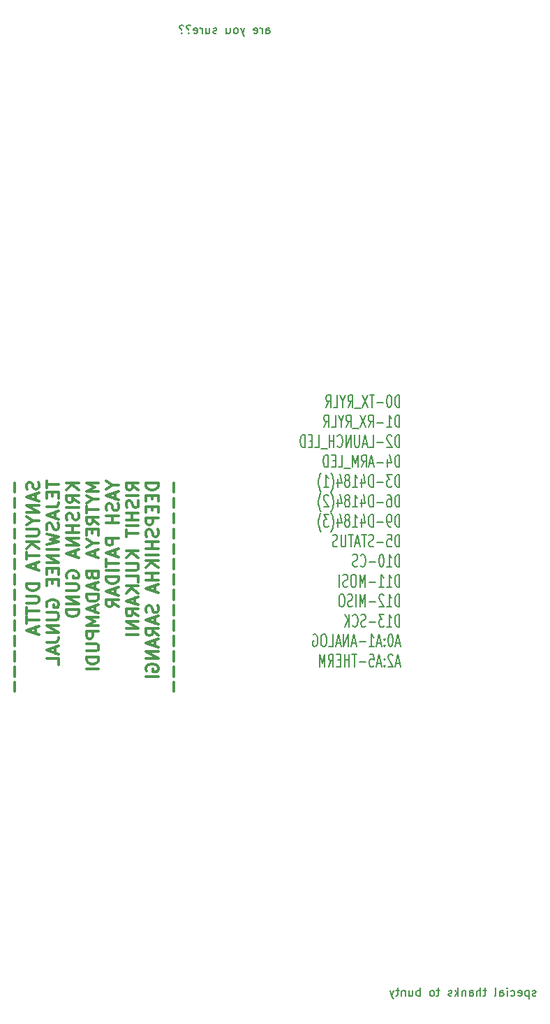
<source format=gbr>
%TF.GenerationSoftware,KiCad,Pcbnew,9.0.4*%
%TF.CreationDate,2025-10-04T23:37:01+05:30*%
%TF.ProjectId,FireSide,46697265-5369-4646-952e-6b696361645f,rev?*%
%TF.SameCoordinates,Original*%
%TF.FileFunction,Legend,Bot*%
%TF.FilePolarity,Positive*%
%FSLAX46Y46*%
G04 Gerber Fmt 4.6, Leading zero omitted, Abs format (unit mm)*
G04 Created by KiCad (PCBNEW 9.0.4) date 2025-10-04 23:37:01*
%MOMM*%
%LPD*%
G01*
G04 APERTURE LIST*
%ADD10C,0.200000*%
%ADD11C,0.300000*%
G04 APERTURE END LIST*
D10*
X112201755Y-32617219D02*
X112201755Y-32093409D01*
X112201755Y-32093409D02*
X112249374Y-31998171D01*
X112249374Y-31998171D02*
X112344612Y-31950552D01*
X112344612Y-31950552D02*
X112535088Y-31950552D01*
X112535088Y-31950552D02*
X112630326Y-31998171D01*
X112201755Y-32569600D02*
X112296993Y-32617219D01*
X112296993Y-32617219D02*
X112535088Y-32617219D01*
X112535088Y-32617219D02*
X112630326Y-32569600D01*
X112630326Y-32569600D02*
X112677945Y-32474361D01*
X112677945Y-32474361D02*
X112677945Y-32379123D01*
X112677945Y-32379123D02*
X112630326Y-32283885D01*
X112630326Y-32283885D02*
X112535088Y-32236266D01*
X112535088Y-32236266D02*
X112296993Y-32236266D01*
X112296993Y-32236266D02*
X112201755Y-32188647D01*
X111725564Y-32617219D02*
X111725564Y-31950552D01*
X111725564Y-32141028D02*
X111677945Y-32045790D01*
X111677945Y-32045790D02*
X111630326Y-31998171D01*
X111630326Y-31998171D02*
X111535088Y-31950552D01*
X111535088Y-31950552D02*
X111439850Y-31950552D01*
X110725564Y-32569600D02*
X110820802Y-32617219D01*
X110820802Y-32617219D02*
X111011278Y-32617219D01*
X111011278Y-32617219D02*
X111106516Y-32569600D01*
X111106516Y-32569600D02*
X111154135Y-32474361D01*
X111154135Y-32474361D02*
X111154135Y-32093409D01*
X111154135Y-32093409D02*
X111106516Y-31998171D01*
X111106516Y-31998171D02*
X111011278Y-31950552D01*
X111011278Y-31950552D02*
X110820802Y-31950552D01*
X110820802Y-31950552D02*
X110725564Y-31998171D01*
X110725564Y-31998171D02*
X110677945Y-32093409D01*
X110677945Y-32093409D02*
X110677945Y-32188647D01*
X110677945Y-32188647D02*
X111154135Y-32283885D01*
X109582706Y-31950552D02*
X109344611Y-32617219D01*
X109106516Y-31950552D02*
X109344611Y-32617219D01*
X109344611Y-32617219D02*
X109439849Y-32855314D01*
X109439849Y-32855314D02*
X109487468Y-32902933D01*
X109487468Y-32902933D02*
X109582706Y-32950552D01*
X108582706Y-32617219D02*
X108677944Y-32569600D01*
X108677944Y-32569600D02*
X108725563Y-32521980D01*
X108725563Y-32521980D02*
X108773182Y-32426742D01*
X108773182Y-32426742D02*
X108773182Y-32141028D01*
X108773182Y-32141028D02*
X108725563Y-32045790D01*
X108725563Y-32045790D02*
X108677944Y-31998171D01*
X108677944Y-31998171D02*
X108582706Y-31950552D01*
X108582706Y-31950552D02*
X108439849Y-31950552D01*
X108439849Y-31950552D02*
X108344611Y-31998171D01*
X108344611Y-31998171D02*
X108296992Y-32045790D01*
X108296992Y-32045790D02*
X108249373Y-32141028D01*
X108249373Y-32141028D02*
X108249373Y-32426742D01*
X108249373Y-32426742D02*
X108296992Y-32521980D01*
X108296992Y-32521980D02*
X108344611Y-32569600D01*
X108344611Y-32569600D02*
X108439849Y-32617219D01*
X108439849Y-32617219D02*
X108582706Y-32617219D01*
X107392230Y-31950552D02*
X107392230Y-32617219D01*
X107820801Y-31950552D02*
X107820801Y-32474361D01*
X107820801Y-32474361D02*
X107773182Y-32569600D01*
X107773182Y-32569600D02*
X107677944Y-32617219D01*
X107677944Y-32617219D02*
X107535087Y-32617219D01*
X107535087Y-32617219D02*
X107439849Y-32569600D01*
X107439849Y-32569600D02*
X107392230Y-32521980D01*
X106201753Y-32569600D02*
X106106515Y-32617219D01*
X106106515Y-32617219D02*
X105916039Y-32617219D01*
X105916039Y-32617219D02*
X105820801Y-32569600D01*
X105820801Y-32569600D02*
X105773182Y-32474361D01*
X105773182Y-32474361D02*
X105773182Y-32426742D01*
X105773182Y-32426742D02*
X105820801Y-32331504D01*
X105820801Y-32331504D02*
X105916039Y-32283885D01*
X105916039Y-32283885D02*
X106058896Y-32283885D01*
X106058896Y-32283885D02*
X106154134Y-32236266D01*
X106154134Y-32236266D02*
X106201753Y-32141028D01*
X106201753Y-32141028D02*
X106201753Y-32093409D01*
X106201753Y-32093409D02*
X106154134Y-31998171D01*
X106154134Y-31998171D02*
X106058896Y-31950552D01*
X106058896Y-31950552D02*
X105916039Y-31950552D01*
X105916039Y-31950552D02*
X105820801Y-31998171D01*
X104916039Y-31950552D02*
X104916039Y-32617219D01*
X105344610Y-31950552D02*
X105344610Y-32474361D01*
X105344610Y-32474361D02*
X105296991Y-32569600D01*
X105296991Y-32569600D02*
X105201753Y-32617219D01*
X105201753Y-32617219D02*
X105058896Y-32617219D01*
X105058896Y-32617219D02*
X104963658Y-32569600D01*
X104963658Y-32569600D02*
X104916039Y-32521980D01*
X104439848Y-32617219D02*
X104439848Y-31950552D01*
X104439848Y-32141028D02*
X104392229Y-32045790D01*
X104392229Y-32045790D02*
X104344610Y-31998171D01*
X104344610Y-31998171D02*
X104249372Y-31950552D01*
X104249372Y-31950552D02*
X104154134Y-31950552D01*
X103439848Y-32569600D02*
X103535086Y-32617219D01*
X103535086Y-32617219D02*
X103725562Y-32617219D01*
X103725562Y-32617219D02*
X103820800Y-32569600D01*
X103820800Y-32569600D02*
X103868419Y-32474361D01*
X103868419Y-32474361D02*
X103868419Y-32093409D01*
X103868419Y-32093409D02*
X103820800Y-31998171D01*
X103820800Y-31998171D02*
X103725562Y-31950552D01*
X103725562Y-31950552D02*
X103535086Y-31950552D01*
X103535086Y-31950552D02*
X103439848Y-31998171D01*
X103439848Y-31998171D02*
X103392229Y-32093409D01*
X103392229Y-32093409D02*
X103392229Y-32188647D01*
X103392229Y-32188647D02*
X103868419Y-32283885D01*
X102820800Y-32521980D02*
X102773181Y-32569600D01*
X102773181Y-32569600D02*
X102820800Y-32617219D01*
X102820800Y-32617219D02*
X102868419Y-32569600D01*
X102868419Y-32569600D02*
X102820800Y-32521980D01*
X102820800Y-32521980D02*
X102820800Y-32617219D01*
X103011276Y-31664838D02*
X102916038Y-31617219D01*
X102916038Y-31617219D02*
X102677943Y-31617219D01*
X102677943Y-31617219D02*
X102582705Y-31664838D01*
X102582705Y-31664838D02*
X102535086Y-31760076D01*
X102535086Y-31760076D02*
X102535086Y-31855314D01*
X102535086Y-31855314D02*
X102582705Y-31950552D01*
X102582705Y-31950552D02*
X102630324Y-31998171D01*
X102630324Y-31998171D02*
X102725562Y-32045790D01*
X102725562Y-32045790D02*
X102773181Y-32093409D01*
X102773181Y-32093409D02*
X102820800Y-32188647D01*
X102820800Y-32188647D02*
X102820800Y-32236266D01*
X101963657Y-32521980D02*
X101916038Y-32569600D01*
X101916038Y-32569600D02*
X101963657Y-32617219D01*
X101963657Y-32617219D02*
X102011276Y-32569600D01*
X102011276Y-32569600D02*
X101963657Y-32521980D01*
X101963657Y-32521980D02*
X101963657Y-32617219D01*
X102154133Y-31664838D02*
X102058895Y-31617219D01*
X102058895Y-31617219D02*
X101820800Y-31617219D01*
X101820800Y-31617219D02*
X101725562Y-31664838D01*
X101725562Y-31664838D02*
X101677943Y-31760076D01*
X101677943Y-31760076D02*
X101677943Y-31855314D01*
X101677943Y-31855314D02*
X101725562Y-31950552D01*
X101725562Y-31950552D02*
X101773181Y-31998171D01*
X101773181Y-31998171D02*
X101868419Y-32045790D01*
X101868419Y-32045790D02*
X101916038Y-32093409D01*
X101916038Y-32093409D02*
X101963657Y-32188647D01*
X101963657Y-32188647D02*
X101963657Y-32236266D01*
X144927945Y-149169600D02*
X144832707Y-149217219D01*
X144832707Y-149217219D02*
X144642231Y-149217219D01*
X144642231Y-149217219D02*
X144546993Y-149169600D01*
X144546993Y-149169600D02*
X144499374Y-149074361D01*
X144499374Y-149074361D02*
X144499374Y-149026742D01*
X144499374Y-149026742D02*
X144546993Y-148931504D01*
X144546993Y-148931504D02*
X144642231Y-148883885D01*
X144642231Y-148883885D02*
X144785088Y-148883885D01*
X144785088Y-148883885D02*
X144880326Y-148836266D01*
X144880326Y-148836266D02*
X144927945Y-148741028D01*
X144927945Y-148741028D02*
X144927945Y-148693409D01*
X144927945Y-148693409D02*
X144880326Y-148598171D01*
X144880326Y-148598171D02*
X144785088Y-148550552D01*
X144785088Y-148550552D02*
X144642231Y-148550552D01*
X144642231Y-148550552D02*
X144546993Y-148598171D01*
X144070802Y-148550552D02*
X144070802Y-149550552D01*
X144070802Y-148598171D02*
X143975564Y-148550552D01*
X143975564Y-148550552D02*
X143785088Y-148550552D01*
X143785088Y-148550552D02*
X143689850Y-148598171D01*
X143689850Y-148598171D02*
X143642231Y-148645790D01*
X143642231Y-148645790D02*
X143594612Y-148741028D01*
X143594612Y-148741028D02*
X143594612Y-149026742D01*
X143594612Y-149026742D02*
X143642231Y-149121980D01*
X143642231Y-149121980D02*
X143689850Y-149169600D01*
X143689850Y-149169600D02*
X143785088Y-149217219D01*
X143785088Y-149217219D02*
X143975564Y-149217219D01*
X143975564Y-149217219D02*
X144070802Y-149169600D01*
X142785088Y-149169600D02*
X142880326Y-149217219D01*
X142880326Y-149217219D02*
X143070802Y-149217219D01*
X143070802Y-149217219D02*
X143166040Y-149169600D01*
X143166040Y-149169600D02*
X143213659Y-149074361D01*
X143213659Y-149074361D02*
X143213659Y-148693409D01*
X143213659Y-148693409D02*
X143166040Y-148598171D01*
X143166040Y-148598171D02*
X143070802Y-148550552D01*
X143070802Y-148550552D02*
X142880326Y-148550552D01*
X142880326Y-148550552D02*
X142785088Y-148598171D01*
X142785088Y-148598171D02*
X142737469Y-148693409D01*
X142737469Y-148693409D02*
X142737469Y-148788647D01*
X142737469Y-148788647D02*
X143213659Y-148883885D01*
X141880326Y-149169600D02*
X141975564Y-149217219D01*
X141975564Y-149217219D02*
X142166040Y-149217219D01*
X142166040Y-149217219D02*
X142261278Y-149169600D01*
X142261278Y-149169600D02*
X142308897Y-149121980D01*
X142308897Y-149121980D02*
X142356516Y-149026742D01*
X142356516Y-149026742D02*
X142356516Y-148741028D01*
X142356516Y-148741028D02*
X142308897Y-148645790D01*
X142308897Y-148645790D02*
X142261278Y-148598171D01*
X142261278Y-148598171D02*
X142166040Y-148550552D01*
X142166040Y-148550552D02*
X141975564Y-148550552D01*
X141975564Y-148550552D02*
X141880326Y-148598171D01*
X141451754Y-149217219D02*
X141451754Y-148550552D01*
X141451754Y-148217219D02*
X141499373Y-148264838D01*
X141499373Y-148264838D02*
X141451754Y-148312457D01*
X141451754Y-148312457D02*
X141404135Y-148264838D01*
X141404135Y-148264838D02*
X141451754Y-148217219D01*
X141451754Y-148217219D02*
X141451754Y-148312457D01*
X140546993Y-149217219D02*
X140546993Y-148693409D01*
X140546993Y-148693409D02*
X140594612Y-148598171D01*
X140594612Y-148598171D02*
X140689850Y-148550552D01*
X140689850Y-148550552D02*
X140880326Y-148550552D01*
X140880326Y-148550552D02*
X140975564Y-148598171D01*
X140546993Y-149169600D02*
X140642231Y-149217219D01*
X140642231Y-149217219D02*
X140880326Y-149217219D01*
X140880326Y-149217219D02*
X140975564Y-149169600D01*
X140975564Y-149169600D02*
X141023183Y-149074361D01*
X141023183Y-149074361D02*
X141023183Y-148979123D01*
X141023183Y-148979123D02*
X140975564Y-148883885D01*
X140975564Y-148883885D02*
X140880326Y-148836266D01*
X140880326Y-148836266D02*
X140642231Y-148836266D01*
X140642231Y-148836266D02*
X140546993Y-148788647D01*
X139927945Y-149217219D02*
X140023183Y-149169600D01*
X140023183Y-149169600D02*
X140070802Y-149074361D01*
X140070802Y-149074361D02*
X140070802Y-148217219D01*
X138927944Y-148550552D02*
X138546992Y-148550552D01*
X138785087Y-148217219D02*
X138785087Y-149074361D01*
X138785087Y-149074361D02*
X138737468Y-149169600D01*
X138737468Y-149169600D02*
X138642230Y-149217219D01*
X138642230Y-149217219D02*
X138546992Y-149217219D01*
X138213658Y-149217219D02*
X138213658Y-148217219D01*
X137785087Y-149217219D02*
X137785087Y-148693409D01*
X137785087Y-148693409D02*
X137832706Y-148598171D01*
X137832706Y-148598171D02*
X137927944Y-148550552D01*
X137927944Y-148550552D02*
X138070801Y-148550552D01*
X138070801Y-148550552D02*
X138166039Y-148598171D01*
X138166039Y-148598171D02*
X138213658Y-148645790D01*
X136880325Y-149217219D02*
X136880325Y-148693409D01*
X136880325Y-148693409D02*
X136927944Y-148598171D01*
X136927944Y-148598171D02*
X137023182Y-148550552D01*
X137023182Y-148550552D02*
X137213658Y-148550552D01*
X137213658Y-148550552D02*
X137308896Y-148598171D01*
X136880325Y-149169600D02*
X136975563Y-149217219D01*
X136975563Y-149217219D02*
X137213658Y-149217219D01*
X137213658Y-149217219D02*
X137308896Y-149169600D01*
X137308896Y-149169600D02*
X137356515Y-149074361D01*
X137356515Y-149074361D02*
X137356515Y-148979123D01*
X137356515Y-148979123D02*
X137308896Y-148883885D01*
X137308896Y-148883885D02*
X137213658Y-148836266D01*
X137213658Y-148836266D02*
X136975563Y-148836266D01*
X136975563Y-148836266D02*
X136880325Y-148788647D01*
X136404134Y-148550552D02*
X136404134Y-149217219D01*
X136404134Y-148645790D02*
X136356515Y-148598171D01*
X136356515Y-148598171D02*
X136261277Y-148550552D01*
X136261277Y-148550552D02*
X136118420Y-148550552D01*
X136118420Y-148550552D02*
X136023182Y-148598171D01*
X136023182Y-148598171D02*
X135975563Y-148693409D01*
X135975563Y-148693409D02*
X135975563Y-149217219D01*
X135499372Y-149217219D02*
X135499372Y-148217219D01*
X135404134Y-148836266D02*
X135118420Y-149217219D01*
X135118420Y-148550552D02*
X135499372Y-148931504D01*
X134737467Y-149169600D02*
X134642229Y-149217219D01*
X134642229Y-149217219D02*
X134451753Y-149217219D01*
X134451753Y-149217219D02*
X134356515Y-149169600D01*
X134356515Y-149169600D02*
X134308896Y-149074361D01*
X134308896Y-149074361D02*
X134308896Y-149026742D01*
X134308896Y-149026742D02*
X134356515Y-148931504D01*
X134356515Y-148931504D02*
X134451753Y-148883885D01*
X134451753Y-148883885D02*
X134594610Y-148883885D01*
X134594610Y-148883885D02*
X134689848Y-148836266D01*
X134689848Y-148836266D02*
X134737467Y-148741028D01*
X134737467Y-148741028D02*
X134737467Y-148693409D01*
X134737467Y-148693409D02*
X134689848Y-148598171D01*
X134689848Y-148598171D02*
X134594610Y-148550552D01*
X134594610Y-148550552D02*
X134451753Y-148550552D01*
X134451753Y-148550552D02*
X134356515Y-148598171D01*
X133261276Y-148550552D02*
X132880324Y-148550552D01*
X133118419Y-148217219D02*
X133118419Y-149074361D01*
X133118419Y-149074361D02*
X133070800Y-149169600D01*
X133070800Y-149169600D02*
X132975562Y-149217219D01*
X132975562Y-149217219D02*
X132880324Y-149217219D01*
X132404133Y-149217219D02*
X132499371Y-149169600D01*
X132499371Y-149169600D02*
X132546990Y-149121980D01*
X132546990Y-149121980D02*
X132594609Y-149026742D01*
X132594609Y-149026742D02*
X132594609Y-148741028D01*
X132594609Y-148741028D02*
X132546990Y-148645790D01*
X132546990Y-148645790D02*
X132499371Y-148598171D01*
X132499371Y-148598171D02*
X132404133Y-148550552D01*
X132404133Y-148550552D02*
X132261276Y-148550552D01*
X132261276Y-148550552D02*
X132166038Y-148598171D01*
X132166038Y-148598171D02*
X132118419Y-148645790D01*
X132118419Y-148645790D02*
X132070800Y-148741028D01*
X132070800Y-148741028D02*
X132070800Y-149026742D01*
X132070800Y-149026742D02*
X132118419Y-149121980D01*
X132118419Y-149121980D02*
X132166038Y-149169600D01*
X132166038Y-149169600D02*
X132261276Y-149217219D01*
X132261276Y-149217219D02*
X132404133Y-149217219D01*
X130880323Y-149217219D02*
X130880323Y-148217219D01*
X130880323Y-148598171D02*
X130785085Y-148550552D01*
X130785085Y-148550552D02*
X130594609Y-148550552D01*
X130594609Y-148550552D02*
X130499371Y-148598171D01*
X130499371Y-148598171D02*
X130451752Y-148645790D01*
X130451752Y-148645790D02*
X130404133Y-148741028D01*
X130404133Y-148741028D02*
X130404133Y-149026742D01*
X130404133Y-149026742D02*
X130451752Y-149121980D01*
X130451752Y-149121980D02*
X130499371Y-149169600D01*
X130499371Y-149169600D02*
X130594609Y-149217219D01*
X130594609Y-149217219D02*
X130785085Y-149217219D01*
X130785085Y-149217219D02*
X130880323Y-149169600D01*
X129546990Y-148550552D02*
X129546990Y-149217219D01*
X129975561Y-148550552D02*
X129975561Y-149074361D01*
X129975561Y-149074361D02*
X129927942Y-149169600D01*
X129927942Y-149169600D02*
X129832704Y-149217219D01*
X129832704Y-149217219D02*
X129689847Y-149217219D01*
X129689847Y-149217219D02*
X129594609Y-149169600D01*
X129594609Y-149169600D02*
X129546990Y-149121980D01*
X129070799Y-148550552D02*
X129070799Y-149217219D01*
X129070799Y-148645790D02*
X129023180Y-148598171D01*
X129023180Y-148598171D02*
X128927942Y-148550552D01*
X128927942Y-148550552D02*
X128785085Y-148550552D01*
X128785085Y-148550552D02*
X128689847Y-148598171D01*
X128689847Y-148598171D02*
X128642228Y-148693409D01*
X128642228Y-148693409D02*
X128642228Y-149217219D01*
X128308894Y-148550552D02*
X127927942Y-148550552D01*
X128166037Y-148217219D02*
X128166037Y-149074361D01*
X128166037Y-149074361D02*
X128118418Y-149169600D01*
X128118418Y-149169600D02*
X128023180Y-149217219D01*
X128023180Y-149217219D02*
X127927942Y-149217219D01*
X127689846Y-148550552D02*
X127451751Y-149217219D01*
X127213656Y-148550552D02*
X127451751Y-149217219D01*
X127451751Y-149217219D02*
X127546989Y-149455314D01*
X127546989Y-149455314D02*
X127594608Y-149502933D01*
X127594608Y-149502933D02*
X127689846Y-149550552D01*
X128380326Y-77912120D02*
X128380326Y-76412120D01*
X128380326Y-76412120D02*
X128142231Y-76412120D01*
X128142231Y-76412120D02*
X127999374Y-76483549D01*
X127999374Y-76483549D02*
X127904136Y-76626406D01*
X127904136Y-76626406D02*
X127856517Y-76769263D01*
X127856517Y-76769263D02*
X127808898Y-77054977D01*
X127808898Y-77054977D02*
X127808898Y-77269263D01*
X127808898Y-77269263D02*
X127856517Y-77554977D01*
X127856517Y-77554977D02*
X127904136Y-77697834D01*
X127904136Y-77697834D02*
X127999374Y-77840692D01*
X127999374Y-77840692D02*
X128142231Y-77912120D01*
X128142231Y-77912120D02*
X128380326Y-77912120D01*
X127189850Y-76412120D02*
X127094612Y-76412120D01*
X127094612Y-76412120D02*
X126999374Y-76483549D01*
X126999374Y-76483549D02*
X126951755Y-76554977D01*
X126951755Y-76554977D02*
X126904136Y-76697834D01*
X126904136Y-76697834D02*
X126856517Y-76983549D01*
X126856517Y-76983549D02*
X126856517Y-77340692D01*
X126856517Y-77340692D02*
X126904136Y-77626406D01*
X126904136Y-77626406D02*
X126951755Y-77769263D01*
X126951755Y-77769263D02*
X126999374Y-77840692D01*
X126999374Y-77840692D02*
X127094612Y-77912120D01*
X127094612Y-77912120D02*
X127189850Y-77912120D01*
X127189850Y-77912120D02*
X127285088Y-77840692D01*
X127285088Y-77840692D02*
X127332707Y-77769263D01*
X127332707Y-77769263D02*
X127380326Y-77626406D01*
X127380326Y-77626406D02*
X127427945Y-77340692D01*
X127427945Y-77340692D02*
X127427945Y-76983549D01*
X127427945Y-76983549D02*
X127380326Y-76697834D01*
X127380326Y-76697834D02*
X127332707Y-76554977D01*
X127332707Y-76554977D02*
X127285088Y-76483549D01*
X127285088Y-76483549D02*
X127189850Y-76412120D01*
X126427945Y-77340692D02*
X125666041Y-77340692D01*
X125332707Y-76412120D02*
X124761279Y-76412120D01*
X125046993Y-77912120D02*
X125046993Y-76412120D01*
X124523183Y-76412120D02*
X123856517Y-77912120D01*
X123856517Y-76412120D02*
X124523183Y-77912120D01*
X123713660Y-78054977D02*
X122951755Y-78054977D01*
X122142231Y-77912120D02*
X122475564Y-77197834D01*
X122713659Y-77912120D02*
X122713659Y-76412120D01*
X122713659Y-76412120D02*
X122332707Y-76412120D01*
X122332707Y-76412120D02*
X122237469Y-76483549D01*
X122237469Y-76483549D02*
X122189850Y-76554977D01*
X122189850Y-76554977D02*
X122142231Y-76697834D01*
X122142231Y-76697834D02*
X122142231Y-76912120D01*
X122142231Y-76912120D02*
X122189850Y-77054977D01*
X122189850Y-77054977D02*
X122237469Y-77126406D01*
X122237469Y-77126406D02*
X122332707Y-77197834D01*
X122332707Y-77197834D02*
X122713659Y-77197834D01*
X121523183Y-77197834D02*
X121523183Y-77912120D01*
X121856516Y-76412120D02*
X121523183Y-77197834D01*
X121523183Y-77197834D02*
X121189850Y-76412120D01*
X120380326Y-77912120D02*
X120856516Y-77912120D01*
X120856516Y-77912120D02*
X120856516Y-76412120D01*
X119475564Y-77912120D02*
X119808897Y-77197834D01*
X120046992Y-77912120D02*
X120046992Y-76412120D01*
X120046992Y-76412120D02*
X119666040Y-76412120D01*
X119666040Y-76412120D02*
X119570802Y-76483549D01*
X119570802Y-76483549D02*
X119523183Y-76554977D01*
X119523183Y-76554977D02*
X119475564Y-76697834D01*
X119475564Y-76697834D02*
X119475564Y-76912120D01*
X119475564Y-76912120D02*
X119523183Y-77054977D01*
X119523183Y-77054977D02*
X119570802Y-77126406D01*
X119570802Y-77126406D02*
X119666040Y-77197834D01*
X119666040Y-77197834D02*
X120046992Y-77197834D01*
X128380326Y-80327036D02*
X128380326Y-78827036D01*
X128380326Y-78827036D02*
X128142231Y-78827036D01*
X128142231Y-78827036D02*
X127999374Y-78898465D01*
X127999374Y-78898465D02*
X127904136Y-79041322D01*
X127904136Y-79041322D02*
X127856517Y-79184179D01*
X127856517Y-79184179D02*
X127808898Y-79469893D01*
X127808898Y-79469893D02*
X127808898Y-79684179D01*
X127808898Y-79684179D02*
X127856517Y-79969893D01*
X127856517Y-79969893D02*
X127904136Y-80112750D01*
X127904136Y-80112750D02*
X127999374Y-80255608D01*
X127999374Y-80255608D02*
X128142231Y-80327036D01*
X128142231Y-80327036D02*
X128380326Y-80327036D01*
X126856517Y-80327036D02*
X127427945Y-80327036D01*
X127142231Y-80327036D02*
X127142231Y-78827036D01*
X127142231Y-78827036D02*
X127237469Y-79041322D01*
X127237469Y-79041322D02*
X127332707Y-79184179D01*
X127332707Y-79184179D02*
X127427945Y-79255608D01*
X126427945Y-79755608D02*
X125666041Y-79755608D01*
X124618422Y-80327036D02*
X124951755Y-79612750D01*
X125189850Y-80327036D02*
X125189850Y-78827036D01*
X125189850Y-78827036D02*
X124808898Y-78827036D01*
X124808898Y-78827036D02*
X124713660Y-78898465D01*
X124713660Y-78898465D02*
X124666041Y-78969893D01*
X124666041Y-78969893D02*
X124618422Y-79112750D01*
X124618422Y-79112750D02*
X124618422Y-79327036D01*
X124618422Y-79327036D02*
X124666041Y-79469893D01*
X124666041Y-79469893D02*
X124713660Y-79541322D01*
X124713660Y-79541322D02*
X124808898Y-79612750D01*
X124808898Y-79612750D02*
X125189850Y-79612750D01*
X124285088Y-78827036D02*
X123618422Y-80327036D01*
X123618422Y-78827036D02*
X124285088Y-80327036D01*
X123475565Y-80469893D02*
X122713660Y-80469893D01*
X121904136Y-80327036D02*
X122237469Y-79612750D01*
X122475564Y-80327036D02*
X122475564Y-78827036D01*
X122475564Y-78827036D02*
X122094612Y-78827036D01*
X122094612Y-78827036D02*
X121999374Y-78898465D01*
X121999374Y-78898465D02*
X121951755Y-78969893D01*
X121951755Y-78969893D02*
X121904136Y-79112750D01*
X121904136Y-79112750D02*
X121904136Y-79327036D01*
X121904136Y-79327036D02*
X121951755Y-79469893D01*
X121951755Y-79469893D02*
X121999374Y-79541322D01*
X121999374Y-79541322D02*
X122094612Y-79612750D01*
X122094612Y-79612750D02*
X122475564Y-79612750D01*
X121285088Y-79612750D02*
X121285088Y-80327036D01*
X121618421Y-78827036D02*
X121285088Y-79612750D01*
X121285088Y-79612750D02*
X120951755Y-78827036D01*
X120142231Y-80327036D02*
X120618421Y-80327036D01*
X120618421Y-80327036D02*
X120618421Y-78827036D01*
X119237469Y-80327036D02*
X119570802Y-79612750D01*
X119808897Y-80327036D02*
X119808897Y-78827036D01*
X119808897Y-78827036D02*
X119427945Y-78827036D01*
X119427945Y-78827036D02*
X119332707Y-78898465D01*
X119332707Y-78898465D02*
X119285088Y-78969893D01*
X119285088Y-78969893D02*
X119237469Y-79112750D01*
X119237469Y-79112750D02*
X119237469Y-79327036D01*
X119237469Y-79327036D02*
X119285088Y-79469893D01*
X119285088Y-79469893D02*
X119332707Y-79541322D01*
X119332707Y-79541322D02*
X119427945Y-79612750D01*
X119427945Y-79612750D02*
X119808897Y-79612750D01*
X128380326Y-82741952D02*
X128380326Y-81241952D01*
X128380326Y-81241952D02*
X128142231Y-81241952D01*
X128142231Y-81241952D02*
X127999374Y-81313381D01*
X127999374Y-81313381D02*
X127904136Y-81456238D01*
X127904136Y-81456238D02*
X127856517Y-81599095D01*
X127856517Y-81599095D02*
X127808898Y-81884809D01*
X127808898Y-81884809D02*
X127808898Y-82099095D01*
X127808898Y-82099095D02*
X127856517Y-82384809D01*
X127856517Y-82384809D02*
X127904136Y-82527666D01*
X127904136Y-82527666D02*
X127999374Y-82670524D01*
X127999374Y-82670524D02*
X128142231Y-82741952D01*
X128142231Y-82741952D02*
X128380326Y-82741952D01*
X127427945Y-81384809D02*
X127380326Y-81313381D01*
X127380326Y-81313381D02*
X127285088Y-81241952D01*
X127285088Y-81241952D02*
X127046993Y-81241952D01*
X127046993Y-81241952D02*
X126951755Y-81313381D01*
X126951755Y-81313381D02*
X126904136Y-81384809D01*
X126904136Y-81384809D02*
X126856517Y-81527666D01*
X126856517Y-81527666D02*
X126856517Y-81670524D01*
X126856517Y-81670524D02*
X126904136Y-81884809D01*
X126904136Y-81884809D02*
X127475564Y-82741952D01*
X127475564Y-82741952D02*
X126856517Y-82741952D01*
X126427945Y-82170524D02*
X125666041Y-82170524D01*
X124713660Y-82741952D02*
X125189850Y-82741952D01*
X125189850Y-82741952D02*
X125189850Y-81241952D01*
X124427945Y-82313381D02*
X123951755Y-82313381D01*
X124523183Y-82741952D02*
X124189850Y-81241952D01*
X124189850Y-81241952D02*
X123856517Y-82741952D01*
X123523183Y-81241952D02*
X123523183Y-82456238D01*
X123523183Y-82456238D02*
X123475564Y-82599095D01*
X123475564Y-82599095D02*
X123427945Y-82670524D01*
X123427945Y-82670524D02*
X123332707Y-82741952D01*
X123332707Y-82741952D02*
X123142231Y-82741952D01*
X123142231Y-82741952D02*
X123046993Y-82670524D01*
X123046993Y-82670524D02*
X122999374Y-82599095D01*
X122999374Y-82599095D02*
X122951755Y-82456238D01*
X122951755Y-82456238D02*
X122951755Y-81241952D01*
X122475564Y-82741952D02*
X122475564Y-81241952D01*
X122475564Y-81241952D02*
X121904136Y-82741952D01*
X121904136Y-82741952D02*
X121904136Y-81241952D01*
X120856517Y-82599095D02*
X120904136Y-82670524D01*
X120904136Y-82670524D02*
X121046993Y-82741952D01*
X121046993Y-82741952D02*
X121142231Y-82741952D01*
X121142231Y-82741952D02*
X121285088Y-82670524D01*
X121285088Y-82670524D02*
X121380326Y-82527666D01*
X121380326Y-82527666D02*
X121427945Y-82384809D01*
X121427945Y-82384809D02*
X121475564Y-82099095D01*
X121475564Y-82099095D02*
X121475564Y-81884809D01*
X121475564Y-81884809D02*
X121427945Y-81599095D01*
X121427945Y-81599095D02*
X121380326Y-81456238D01*
X121380326Y-81456238D02*
X121285088Y-81313381D01*
X121285088Y-81313381D02*
X121142231Y-81241952D01*
X121142231Y-81241952D02*
X121046993Y-81241952D01*
X121046993Y-81241952D02*
X120904136Y-81313381D01*
X120904136Y-81313381D02*
X120856517Y-81384809D01*
X120427945Y-82741952D02*
X120427945Y-81241952D01*
X120427945Y-81956238D02*
X119856517Y-81956238D01*
X119856517Y-82741952D02*
X119856517Y-81241952D01*
X119618422Y-82884809D02*
X118856517Y-82884809D01*
X118142231Y-82741952D02*
X118618421Y-82741952D01*
X118618421Y-82741952D02*
X118618421Y-81241952D01*
X117808897Y-81956238D02*
X117475564Y-81956238D01*
X117332707Y-82741952D02*
X117808897Y-82741952D01*
X117808897Y-82741952D02*
X117808897Y-81241952D01*
X117808897Y-81241952D02*
X117332707Y-81241952D01*
X116904135Y-82741952D02*
X116904135Y-81241952D01*
X116904135Y-81241952D02*
X116666040Y-81241952D01*
X116666040Y-81241952D02*
X116523183Y-81313381D01*
X116523183Y-81313381D02*
X116427945Y-81456238D01*
X116427945Y-81456238D02*
X116380326Y-81599095D01*
X116380326Y-81599095D02*
X116332707Y-81884809D01*
X116332707Y-81884809D02*
X116332707Y-82099095D01*
X116332707Y-82099095D02*
X116380326Y-82384809D01*
X116380326Y-82384809D02*
X116427945Y-82527666D01*
X116427945Y-82527666D02*
X116523183Y-82670524D01*
X116523183Y-82670524D02*
X116666040Y-82741952D01*
X116666040Y-82741952D02*
X116904135Y-82741952D01*
X128380326Y-85156868D02*
X128380326Y-83656868D01*
X128380326Y-83656868D02*
X128142231Y-83656868D01*
X128142231Y-83656868D02*
X127999374Y-83728297D01*
X127999374Y-83728297D02*
X127904136Y-83871154D01*
X127904136Y-83871154D02*
X127856517Y-84014011D01*
X127856517Y-84014011D02*
X127808898Y-84299725D01*
X127808898Y-84299725D02*
X127808898Y-84514011D01*
X127808898Y-84514011D02*
X127856517Y-84799725D01*
X127856517Y-84799725D02*
X127904136Y-84942582D01*
X127904136Y-84942582D02*
X127999374Y-85085440D01*
X127999374Y-85085440D02*
X128142231Y-85156868D01*
X128142231Y-85156868D02*
X128380326Y-85156868D01*
X126951755Y-84156868D02*
X126951755Y-85156868D01*
X127189850Y-83585440D02*
X127427945Y-84656868D01*
X127427945Y-84656868D02*
X126808898Y-84656868D01*
X126427945Y-84585440D02*
X125666041Y-84585440D01*
X125237469Y-84728297D02*
X124761279Y-84728297D01*
X125332707Y-85156868D02*
X124999374Y-83656868D01*
X124999374Y-83656868D02*
X124666041Y-85156868D01*
X123761279Y-85156868D02*
X124094612Y-84442582D01*
X124332707Y-85156868D02*
X124332707Y-83656868D01*
X124332707Y-83656868D02*
X123951755Y-83656868D01*
X123951755Y-83656868D02*
X123856517Y-83728297D01*
X123856517Y-83728297D02*
X123808898Y-83799725D01*
X123808898Y-83799725D02*
X123761279Y-83942582D01*
X123761279Y-83942582D02*
X123761279Y-84156868D01*
X123761279Y-84156868D02*
X123808898Y-84299725D01*
X123808898Y-84299725D02*
X123856517Y-84371154D01*
X123856517Y-84371154D02*
X123951755Y-84442582D01*
X123951755Y-84442582D02*
X124332707Y-84442582D01*
X123332707Y-85156868D02*
X123332707Y-83656868D01*
X123332707Y-83656868D02*
X122999374Y-84728297D01*
X122999374Y-84728297D02*
X122666041Y-83656868D01*
X122666041Y-83656868D02*
X122666041Y-85156868D01*
X122427946Y-85299725D02*
X121666041Y-85299725D01*
X120951755Y-85156868D02*
X121427945Y-85156868D01*
X121427945Y-85156868D02*
X121427945Y-83656868D01*
X120618421Y-84371154D02*
X120285088Y-84371154D01*
X120142231Y-85156868D02*
X120618421Y-85156868D01*
X120618421Y-85156868D02*
X120618421Y-83656868D01*
X120618421Y-83656868D02*
X120142231Y-83656868D01*
X119713659Y-85156868D02*
X119713659Y-83656868D01*
X119713659Y-83656868D02*
X119475564Y-83656868D01*
X119475564Y-83656868D02*
X119332707Y-83728297D01*
X119332707Y-83728297D02*
X119237469Y-83871154D01*
X119237469Y-83871154D02*
X119189850Y-84014011D01*
X119189850Y-84014011D02*
X119142231Y-84299725D01*
X119142231Y-84299725D02*
X119142231Y-84514011D01*
X119142231Y-84514011D02*
X119189850Y-84799725D01*
X119189850Y-84799725D02*
X119237469Y-84942582D01*
X119237469Y-84942582D02*
X119332707Y-85085440D01*
X119332707Y-85085440D02*
X119475564Y-85156868D01*
X119475564Y-85156868D02*
X119713659Y-85156868D01*
X128380326Y-87571784D02*
X128380326Y-86071784D01*
X128380326Y-86071784D02*
X128142231Y-86071784D01*
X128142231Y-86071784D02*
X127999374Y-86143213D01*
X127999374Y-86143213D02*
X127904136Y-86286070D01*
X127904136Y-86286070D02*
X127856517Y-86428927D01*
X127856517Y-86428927D02*
X127808898Y-86714641D01*
X127808898Y-86714641D02*
X127808898Y-86928927D01*
X127808898Y-86928927D02*
X127856517Y-87214641D01*
X127856517Y-87214641D02*
X127904136Y-87357498D01*
X127904136Y-87357498D02*
X127999374Y-87500356D01*
X127999374Y-87500356D02*
X128142231Y-87571784D01*
X128142231Y-87571784D02*
X128380326Y-87571784D01*
X127475564Y-86071784D02*
X126856517Y-86071784D01*
X126856517Y-86071784D02*
X127189850Y-86643213D01*
X127189850Y-86643213D02*
X127046993Y-86643213D01*
X127046993Y-86643213D02*
X126951755Y-86714641D01*
X126951755Y-86714641D02*
X126904136Y-86786070D01*
X126904136Y-86786070D02*
X126856517Y-86928927D01*
X126856517Y-86928927D02*
X126856517Y-87286070D01*
X126856517Y-87286070D02*
X126904136Y-87428927D01*
X126904136Y-87428927D02*
X126951755Y-87500356D01*
X126951755Y-87500356D02*
X127046993Y-87571784D01*
X127046993Y-87571784D02*
X127332707Y-87571784D01*
X127332707Y-87571784D02*
X127427945Y-87500356D01*
X127427945Y-87500356D02*
X127475564Y-87428927D01*
X126427945Y-87000356D02*
X125666041Y-87000356D01*
X125189850Y-87571784D02*
X125189850Y-86071784D01*
X125189850Y-86071784D02*
X124951755Y-86071784D01*
X124951755Y-86071784D02*
X124808898Y-86143213D01*
X124808898Y-86143213D02*
X124713660Y-86286070D01*
X124713660Y-86286070D02*
X124666041Y-86428927D01*
X124666041Y-86428927D02*
X124618422Y-86714641D01*
X124618422Y-86714641D02*
X124618422Y-86928927D01*
X124618422Y-86928927D02*
X124666041Y-87214641D01*
X124666041Y-87214641D02*
X124713660Y-87357498D01*
X124713660Y-87357498D02*
X124808898Y-87500356D01*
X124808898Y-87500356D02*
X124951755Y-87571784D01*
X124951755Y-87571784D02*
X125189850Y-87571784D01*
X123761279Y-86571784D02*
X123761279Y-87571784D01*
X123999374Y-86000356D02*
X124237469Y-87071784D01*
X124237469Y-87071784D02*
X123618422Y-87071784D01*
X122713660Y-87571784D02*
X123285088Y-87571784D01*
X122999374Y-87571784D02*
X122999374Y-86071784D01*
X122999374Y-86071784D02*
X123094612Y-86286070D01*
X123094612Y-86286070D02*
X123189850Y-86428927D01*
X123189850Y-86428927D02*
X123285088Y-86500356D01*
X122142231Y-86714641D02*
X122237469Y-86643213D01*
X122237469Y-86643213D02*
X122285088Y-86571784D01*
X122285088Y-86571784D02*
X122332707Y-86428927D01*
X122332707Y-86428927D02*
X122332707Y-86357498D01*
X122332707Y-86357498D02*
X122285088Y-86214641D01*
X122285088Y-86214641D02*
X122237469Y-86143213D01*
X122237469Y-86143213D02*
X122142231Y-86071784D01*
X122142231Y-86071784D02*
X121951755Y-86071784D01*
X121951755Y-86071784D02*
X121856517Y-86143213D01*
X121856517Y-86143213D02*
X121808898Y-86214641D01*
X121808898Y-86214641D02*
X121761279Y-86357498D01*
X121761279Y-86357498D02*
X121761279Y-86428927D01*
X121761279Y-86428927D02*
X121808898Y-86571784D01*
X121808898Y-86571784D02*
X121856517Y-86643213D01*
X121856517Y-86643213D02*
X121951755Y-86714641D01*
X121951755Y-86714641D02*
X122142231Y-86714641D01*
X122142231Y-86714641D02*
X122237469Y-86786070D01*
X122237469Y-86786070D02*
X122285088Y-86857498D01*
X122285088Y-86857498D02*
X122332707Y-87000356D01*
X122332707Y-87000356D02*
X122332707Y-87286070D01*
X122332707Y-87286070D02*
X122285088Y-87428927D01*
X122285088Y-87428927D02*
X122237469Y-87500356D01*
X122237469Y-87500356D02*
X122142231Y-87571784D01*
X122142231Y-87571784D02*
X121951755Y-87571784D01*
X121951755Y-87571784D02*
X121856517Y-87500356D01*
X121856517Y-87500356D02*
X121808898Y-87428927D01*
X121808898Y-87428927D02*
X121761279Y-87286070D01*
X121761279Y-87286070D02*
X121761279Y-87000356D01*
X121761279Y-87000356D02*
X121808898Y-86857498D01*
X121808898Y-86857498D02*
X121856517Y-86786070D01*
X121856517Y-86786070D02*
X121951755Y-86714641D01*
X120904136Y-86571784D02*
X120904136Y-87571784D01*
X121142231Y-86000356D02*
X121380326Y-87071784D01*
X121380326Y-87071784D02*
X120761279Y-87071784D01*
X120094612Y-88143213D02*
X120142231Y-88071784D01*
X120142231Y-88071784D02*
X120237469Y-87857498D01*
X120237469Y-87857498D02*
X120285088Y-87714641D01*
X120285088Y-87714641D02*
X120332707Y-87500356D01*
X120332707Y-87500356D02*
X120380326Y-87143213D01*
X120380326Y-87143213D02*
X120380326Y-86857498D01*
X120380326Y-86857498D02*
X120332707Y-86500356D01*
X120332707Y-86500356D02*
X120285088Y-86286070D01*
X120285088Y-86286070D02*
X120237469Y-86143213D01*
X120237469Y-86143213D02*
X120142231Y-85928927D01*
X120142231Y-85928927D02*
X120094612Y-85857498D01*
X119189850Y-87571784D02*
X119761278Y-87571784D01*
X119475564Y-87571784D02*
X119475564Y-86071784D01*
X119475564Y-86071784D02*
X119570802Y-86286070D01*
X119570802Y-86286070D02*
X119666040Y-86428927D01*
X119666040Y-86428927D02*
X119761278Y-86500356D01*
X118856516Y-88143213D02*
X118808897Y-88071784D01*
X118808897Y-88071784D02*
X118713659Y-87857498D01*
X118713659Y-87857498D02*
X118666040Y-87714641D01*
X118666040Y-87714641D02*
X118618421Y-87500356D01*
X118618421Y-87500356D02*
X118570802Y-87143213D01*
X118570802Y-87143213D02*
X118570802Y-86857498D01*
X118570802Y-86857498D02*
X118618421Y-86500356D01*
X118618421Y-86500356D02*
X118666040Y-86286070D01*
X118666040Y-86286070D02*
X118713659Y-86143213D01*
X118713659Y-86143213D02*
X118808897Y-85928927D01*
X118808897Y-85928927D02*
X118856516Y-85857498D01*
X128380326Y-89986700D02*
X128380326Y-88486700D01*
X128380326Y-88486700D02*
X128142231Y-88486700D01*
X128142231Y-88486700D02*
X127999374Y-88558129D01*
X127999374Y-88558129D02*
X127904136Y-88700986D01*
X127904136Y-88700986D02*
X127856517Y-88843843D01*
X127856517Y-88843843D02*
X127808898Y-89129557D01*
X127808898Y-89129557D02*
X127808898Y-89343843D01*
X127808898Y-89343843D02*
X127856517Y-89629557D01*
X127856517Y-89629557D02*
X127904136Y-89772414D01*
X127904136Y-89772414D02*
X127999374Y-89915272D01*
X127999374Y-89915272D02*
X128142231Y-89986700D01*
X128142231Y-89986700D02*
X128380326Y-89986700D01*
X126951755Y-88486700D02*
X127142231Y-88486700D01*
X127142231Y-88486700D02*
X127237469Y-88558129D01*
X127237469Y-88558129D02*
X127285088Y-88629557D01*
X127285088Y-88629557D02*
X127380326Y-88843843D01*
X127380326Y-88843843D02*
X127427945Y-89129557D01*
X127427945Y-89129557D02*
X127427945Y-89700986D01*
X127427945Y-89700986D02*
X127380326Y-89843843D01*
X127380326Y-89843843D02*
X127332707Y-89915272D01*
X127332707Y-89915272D02*
X127237469Y-89986700D01*
X127237469Y-89986700D02*
X127046993Y-89986700D01*
X127046993Y-89986700D02*
X126951755Y-89915272D01*
X126951755Y-89915272D02*
X126904136Y-89843843D01*
X126904136Y-89843843D02*
X126856517Y-89700986D01*
X126856517Y-89700986D02*
X126856517Y-89343843D01*
X126856517Y-89343843D02*
X126904136Y-89200986D01*
X126904136Y-89200986D02*
X126951755Y-89129557D01*
X126951755Y-89129557D02*
X127046993Y-89058129D01*
X127046993Y-89058129D02*
X127237469Y-89058129D01*
X127237469Y-89058129D02*
X127332707Y-89129557D01*
X127332707Y-89129557D02*
X127380326Y-89200986D01*
X127380326Y-89200986D02*
X127427945Y-89343843D01*
X126427945Y-89415272D02*
X125666041Y-89415272D01*
X125189850Y-89986700D02*
X125189850Y-88486700D01*
X125189850Y-88486700D02*
X124951755Y-88486700D01*
X124951755Y-88486700D02*
X124808898Y-88558129D01*
X124808898Y-88558129D02*
X124713660Y-88700986D01*
X124713660Y-88700986D02*
X124666041Y-88843843D01*
X124666041Y-88843843D02*
X124618422Y-89129557D01*
X124618422Y-89129557D02*
X124618422Y-89343843D01*
X124618422Y-89343843D02*
X124666041Y-89629557D01*
X124666041Y-89629557D02*
X124713660Y-89772414D01*
X124713660Y-89772414D02*
X124808898Y-89915272D01*
X124808898Y-89915272D02*
X124951755Y-89986700D01*
X124951755Y-89986700D02*
X125189850Y-89986700D01*
X123761279Y-88986700D02*
X123761279Y-89986700D01*
X123999374Y-88415272D02*
X124237469Y-89486700D01*
X124237469Y-89486700D02*
X123618422Y-89486700D01*
X122713660Y-89986700D02*
X123285088Y-89986700D01*
X122999374Y-89986700D02*
X122999374Y-88486700D01*
X122999374Y-88486700D02*
X123094612Y-88700986D01*
X123094612Y-88700986D02*
X123189850Y-88843843D01*
X123189850Y-88843843D02*
X123285088Y-88915272D01*
X122142231Y-89129557D02*
X122237469Y-89058129D01*
X122237469Y-89058129D02*
X122285088Y-88986700D01*
X122285088Y-88986700D02*
X122332707Y-88843843D01*
X122332707Y-88843843D02*
X122332707Y-88772414D01*
X122332707Y-88772414D02*
X122285088Y-88629557D01*
X122285088Y-88629557D02*
X122237469Y-88558129D01*
X122237469Y-88558129D02*
X122142231Y-88486700D01*
X122142231Y-88486700D02*
X121951755Y-88486700D01*
X121951755Y-88486700D02*
X121856517Y-88558129D01*
X121856517Y-88558129D02*
X121808898Y-88629557D01*
X121808898Y-88629557D02*
X121761279Y-88772414D01*
X121761279Y-88772414D02*
X121761279Y-88843843D01*
X121761279Y-88843843D02*
X121808898Y-88986700D01*
X121808898Y-88986700D02*
X121856517Y-89058129D01*
X121856517Y-89058129D02*
X121951755Y-89129557D01*
X121951755Y-89129557D02*
X122142231Y-89129557D01*
X122142231Y-89129557D02*
X122237469Y-89200986D01*
X122237469Y-89200986D02*
X122285088Y-89272414D01*
X122285088Y-89272414D02*
X122332707Y-89415272D01*
X122332707Y-89415272D02*
X122332707Y-89700986D01*
X122332707Y-89700986D02*
X122285088Y-89843843D01*
X122285088Y-89843843D02*
X122237469Y-89915272D01*
X122237469Y-89915272D02*
X122142231Y-89986700D01*
X122142231Y-89986700D02*
X121951755Y-89986700D01*
X121951755Y-89986700D02*
X121856517Y-89915272D01*
X121856517Y-89915272D02*
X121808898Y-89843843D01*
X121808898Y-89843843D02*
X121761279Y-89700986D01*
X121761279Y-89700986D02*
X121761279Y-89415272D01*
X121761279Y-89415272D02*
X121808898Y-89272414D01*
X121808898Y-89272414D02*
X121856517Y-89200986D01*
X121856517Y-89200986D02*
X121951755Y-89129557D01*
X120904136Y-88986700D02*
X120904136Y-89986700D01*
X121142231Y-88415272D02*
X121380326Y-89486700D01*
X121380326Y-89486700D02*
X120761279Y-89486700D01*
X120094612Y-90558129D02*
X120142231Y-90486700D01*
X120142231Y-90486700D02*
X120237469Y-90272414D01*
X120237469Y-90272414D02*
X120285088Y-90129557D01*
X120285088Y-90129557D02*
X120332707Y-89915272D01*
X120332707Y-89915272D02*
X120380326Y-89558129D01*
X120380326Y-89558129D02*
X120380326Y-89272414D01*
X120380326Y-89272414D02*
X120332707Y-88915272D01*
X120332707Y-88915272D02*
X120285088Y-88700986D01*
X120285088Y-88700986D02*
X120237469Y-88558129D01*
X120237469Y-88558129D02*
X120142231Y-88343843D01*
X120142231Y-88343843D02*
X120094612Y-88272414D01*
X119761278Y-88629557D02*
X119713659Y-88558129D01*
X119713659Y-88558129D02*
X119618421Y-88486700D01*
X119618421Y-88486700D02*
X119380326Y-88486700D01*
X119380326Y-88486700D02*
X119285088Y-88558129D01*
X119285088Y-88558129D02*
X119237469Y-88629557D01*
X119237469Y-88629557D02*
X119189850Y-88772414D01*
X119189850Y-88772414D02*
X119189850Y-88915272D01*
X119189850Y-88915272D02*
X119237469Y-89129557D01*
X119237469Y-89129557D02*
X119808897Y-89986700D01*
X119808897Y-89986700D02*
X119189850Y-89986700D01*
X118856516Y-90558129D02*
X118808897Y-90486700D01*
X118808897Y-90486700D02*
X118713659Y-90272414D01*
X118713659Y-90272414D02*
X118666040Y-90129557D01*
X118666040Y-90129557D02*
X118618421Y-89915272D01*
X118618421Y-89915272D02*
X118570802Y-89558129D01*
X118570802Y-89558129D02*
X118570802Y-89272414D01*
X118570802Y-89272414D02*
X118618421Y-88915272D01*
X118618421Y-88915272D02*
X118666040Y-88700986D01*
X118666040Y-88700986D02*
X118713659Y-88558129D01*
X118713659Y-88558129D02*
X118808897Y-88343843D01*
X118808897Y-88343843D02*
X118856516Y-88272414D01*
X128380326Y-92401616D02*
X128380326Y-90901616D01*
X128380326Y-90901616D02*
X128142231Y-90901616D01*
X128142231Y-90901616D02*
X127999374Y-90973045D01*
X127999374Y-90973045D02*
X127904136Y-91115902D01*
X127904136Y-91115902D02*
X127856517Y-91258759D01*
X127856517Y-91258759D02*
X127808898Y-91544473D01*
X127808898Y-91544473D02*
X127808898Y-91758759D01*
X127808898Y-91758759D02*
X127856517Y-92044473D01*
X127856517Y-92044473D02*
X127904136Y-92187330D01*
X127904136Y-92187330D02*
X127999374Y-92330188D01*
X127999374Y-92330188D02*
X128142231Y-92401616D01*
X128142231Y-92401616D02*
X128380326Y-92401616D01*
X127332707Y-92401616D02*
X127142231Y-92401616D01*
X127142231Y-92401616D02*
X127046993Y-92330188D01*
X127046993Y-92330188D02*
X126999374Y-92258759D01*
X126999374Y-92258759D02*
X126904136Y-92044473D01*
X126904136Y-92044473D02*
X126856517Y-91758759D01*
X126856517Y-91758759D02*
X126856517Y-91187330D01*
X126856517Y-91187330D02*
X126904136Y-91044473D01*
X126904136Y-91044473D02*
X126951755Y-90973045D01*
X126951755Y-90973045D02*
X127046993Y-90901616D01*
X127046993Y-90901616D02*
X127237469Y-90901616D01*
X127237469Y-90901616D02*
X127332707Y-90973045D01*
X127332707Y-90973045D02*
X127380326Y-91044473D01*
X127380326Y-91044473D02*
X127427945Y-91187330D01*
X127427945Y-91187330D02*
X127427945Y-91544473D01*
X127427945Y-91544473D02*
X127380326Y-91687330D01*
X127380326Y-91687330D02*
X127332707Y-91758759D01*
X127332707Y-91758759D02*
X127237469Y-91830188D01*
X127237469Y-91830188D02*
X127046993Y-91830188D01*
X127046993Y-91830188D02*
X126951755Y-91758759D01*
X126951755Y-91758759D02*
X126904136Y-91687330D01*
X126904136Y-91687330D02*
X126856517Y-91544473D01*
X126427945Y-91830188D02*
X125666041Y-91830188D01*
X125189850Y-92401616D02*
X125189850Y-90901616D01*
X125189850Y-90901616D02*
X124951755Y-90901616D01*
X124951755Y-90901616D02*
X124808898Y-90973045D01*
X124808898Y-90973045D02*
X124713660Y-91115902D01*
X124713660Y-91115902D02*
X124666041Y-91258759D01*
X124666041Y-91258759D02*
X124618422Y-91544473D01*
X124618422Y-91544473D02*
X124618422Y-91758759D01*
X124618422Y-91758759D02*
X124666041Y-92044473D01*
X124666041Y-92044473D02*
X124713660Y-92187330D01*
X124713660Y-92187330D02*
X124808898Y-92330188D01*
X124808898Y-92330188D02*
X124951755Y-92401616D01*
X124951755Y-92401616D02*
X125189850Y-92401616D01*
X123761279Y-91401616D02*
X123761279Y-92401616D01*
X123999374Y-90830188D02*
X124237469Y-91901616D01*
X124237469Y-91901616D02*
X123618422Y-91901616D01*
X122713660Y-92401616D02*
X123285088Y-92401616D01*
X122999374Y-92401616D02*
X122999374Y-90901616D01*
X122999374Y-90901616D02*
X123094612Y-91115902D01*
X123094612Y-91115902D02*
X123189850Y-91258759D01*
X123189850Y-91258759D02*
X123285088Y-91330188D01*
X122142231Y-91544473D02*
X122237469Y-91473045D01*
X122237469Y-91473045D02*
X122285088Y-91401616D01*
X122285088Y-91401616D02*
X122332707Y-91258759D01*
X122332707Y-91258759D02*
X122332707Y-91187330D01*
X122332707Y-91187330D02*
X122285088Y-91044473D01*
X122285088Y-91044473D02*
X122237469Y-90973045D01*
X122237469Y-90973045D02*
X122142231Y-90901616D01*
X122142231Y-90901616D02*
X121951755Y-90901616D01*
X121951755Y-90901616D02*
X121856517Y-90973045D01*
X121856517Y-90973045D02*
X121808898Y-91044473D01*
X121808898Y-91044473D02*
X121761279Y-91187330D01*
X121761279Y-91187330D02*
X121761279Y-91258759D01*
X121761279Y-91258759D02*
X121808898Y-91401616D01*
X121808898Y-91401616D02*
X121856517Y-91473045D01*
X121856517Y-91473045D02*
X121951755Y-91544473D01*
X121951755Y-91544473D02*
X122142231Y-91544473D01*
X122142231Y-91544473D02*
X122237469Y-91615902D01*
X122237469Y-91615902D02*
X122285088Y-91687330D01*
X122285088Y-91687330D02*
X122332707Y-91830188D01*
X122332707Y-91830188D02*
X122332707Y-92115902D01*
X122332707Y-92115902D02*
X122285088Y-92258759D01*
X122285088Y-92258759D02*
X122237469Y-92330188D01*
X122237469Y-92330188D02*
X122142231Y-92401616D01*
X122142231Y-92401616D02*
X121951755Y-92401616D01*
X121951755Y-92401616D02*
X121856517Y-92330188D01*
X121856517Y-92330188D02*
X121808898Y-92258759D01*
X121808898Y-92258759D02*
X121761279Y-92115902D01*
X121761279Y-92115902D02*
X121761279Y-91830188D01*
X121761279Y-91830188D02*
X121808898Y-91687330D01*
X121808898Y-91687330D02*
X121856517Y-91615902D01*
X121856517Y-91615902D02*
X121951755Y-91544473D01*
X120904136Y-91401616D02*
X120904136Y-92401616D01*
X121142231Y-90830188D02*
X121380326Y-91901616D01*
X121380326Y-91901616D02*
X120761279Y-91901616D01*
X120094612Y-92973045D02*
X120142231Y-92901616D01*
X120142231Y-92901616D02*
X120237469Y-92687330D01*
X120237469Y-92687330D02*
X120285088Y-92544473D01*
X120285088Y-92544473D02*
X120332707Y-92330188D01*
X120332707Y-92330188D02*
X120380326Y-91973045D01*
X120380326Y-91973045D02*
X120380326Y-91687330D01*
X120380326Y-91687330D02*
X120332707Y-91330188D01*
X120332707Y-91330188D02*
X120285088Y-91115902D01*
X120285088Y-91115902D02*
X120237469Y-90973045D01*
X120237469Y-90973045D02*
X120142231Y-90758759D01*
X120142231Y-90758759D02*
X120094612Y-90687330D01*
X119808897Y-90901616D02*
X119189850Y-90901616D01*
X119189850Y-90901616D02*
X119523183Y-91473045D01*
X119523183Y-91473045D02*
X119380326Y-91473045D01*
X119380326Y-91473045D02*
X119285088Y-91544473D01*
X119285088Y-91544473D02*
X119237469Y-91615902D01*
X119237469Y-91615902D02*
X119189850Y-91758759D01*
X119189850Y-91758759D02*
X119189850Y-92115902D01*
X119189850Y-92115902D02*
X119237469Y-92258759D01*
X119237469Y-92258759D02*
X119285088Y-92330188D01*
X119285088Y-92330188D02*
X119380326Y-92401616D01*
X119380326Y-92401616D02*
X119666040Y-92401616D01*
X119666040Y-92401616D02*
X119761278Y-92330188D01*
X119761278Y-92330188D02*
X119808897Y-92258759D01*
X118856516Y-92973045D02*
X118808897Y-92901616D01*
X118808897Y-92901616D02*
X118713659Y-92687330D01*
X118713659Y-92687330D02*
X118666040Y-92544473D01*
X118666040Y-92544473D02*
X118618421Y-92330188D01*
X118618421Y-92330188D02*
X118570802Y-91973045D01*
X118570802Y-91973045D02*
X118570802Y-91687330D01*
X118570802Y-91687330D02*
X118618421Y-91330188D01*
X118618421Y-91330188D02*
X118666040Y-91115902D01*
X118666040Y-91115902D02*
X118713659Y-90973045D01*
X118713659Y-90973045D02*
X118808897Y-90758759D01*
X118808897Y-90758759D02*
X118856516Y-90687330D01*
X128380326Y-94816532D02*
X128380326Y-93316532D01*
X128380326Y-93316532D02*
X128142231Y-93316532D01*
X128142231Y-93316532D02*
X127999374Y-93387961D01*
X127999374Y-93387961D02*
X127904136Y-93530818D01*
X127904136Y-93530818D02*
X127856517Y-93673675D01*
X127856517Y-93673675D02*
X127808898Y-93959389D01*
X127808898Y-93959389D02*
X127808898Y-94173675D01*
X127808898Y-94173675D02*
X127856517Y-94459389D01*
X127856517Y-94459389D02*
X127904136Y-94602246D01*
X127904136Y-94602246D02*
X127999374Y-94745104D01*
X127999374Y-94745104D02*
X128142231Y-94816532D01*
X128142231Y-94816532D02*
X128380326Y-94816532D01*
X126904136Y-93316532D02*
X127380326Y-93316532D01*
X127380326Y-93316532D02*
X127427945Y-94030818D01*
X127427945Y-94030818D02*
X127380326Y-93959389D01*
X127380326Y-93959389D02*
X127285088Y-93887961D01*
X127285088Y-93887961D02*
X127046993Y-93887961D01*
X127046993Y-93887961D02*
X126951755Y-93959389D01*
X126951755Y-93959389D02*
X126904136Y-94030818D01*
X126904136Y-94030818D02*
X126856517Y-94173675D01*
X126856517Y-94173675D02*
X126856517Y-94530818D01*
X126856517Y-94530818D02*
X126904136Y-94673675D01*
X126904136Y-94673675D02*
X126951755Y-94745104D01*
X126951755Y-94745104D02*
X127046993Y-94816532D01*
X127046993Y-94816532D02*
X127285088Y-94816532D01*
X127285088Y-94816532D02*
X127380326Y-94745104D01*
X127380326Y-94745104D02*
X127427945Y-94673675D01*
X126427945Y-94245104D02*
X125666041Y-94245104D01*
X125237469Y-94745104D02*
X125094612Y-94816532D01*
X125094612Y-94816532D02*
X124856517Y-94816532D01*
X124856517Y-94816532D02*
X124761279Y-94745104D01*
X124761279Y-94745104D02*
X124713660Y-94673675D01*
X124713660Y-94673675D02*
X124666041Y-94530818D01*
X124666041Y-94530818D02*
X124666041Y-94387961D01*
X124666041Y-94387961D02*
X124713660Y-94245104D01*
X124713660Y-94245104D02*
X124761279Y-94173675D01*
X124761279Y-94173675D02*
X124856517Y-94102246D01*
X124856517Y-94102246D02*
X125046993Y-94030818D01*
X125046993Y-94030818D02*
X125142231Y-93959389D01*
X125142231Y-93959389D02*
X125189850Y-93887961D01*
X125189850Y-93887961D02*
X125237469Y-93745104D01*
X125237469Y-93745104D02*
X125237469Y-93602246D01*
X125237469Y-93602246D02*
X125189850Y-93459389D01*
X125189850Y-93459389D02*
X125142231Y-93387961D01*
X125142231Y-93387961D02*
X125046993Y-93316532D01*
X125046993Y-93316532D02*
X124808898Y-93316532D01*
X124808898Y-93316532D02*
X124666041Y-93387961D01*
X124380326Y-93316532D02*
X123808898Y-93316532D01*
X124094612Y-94816532D02*
X124094612Y-93316532D01*
X123523183Y-94387961D02*
X123046993Y-94387961D01*
X123618421Y-94816532D02*
X123285088Y-93316532D01*
X123285088Y-93316532D02*
X122951755Y-94816532D01*
X122761278Y-93316532D02*
X122189850Y-93316532D01*
X122475564Y-94816532D02*
X122475564Y-93316532D01*
X121856516Y-93316532D02*
X121856516Y-94530818D01*
X121856516Y-94530818D02*
X121808897Y-94673675D01*
X121808897Y-94673675D02*
X121761278Y-94745104D01*
X121761278Y-94745104D02*
X121666040Y-94816532D01*
X121666040Y-94816532D02*
X121475564Y-94816532D01*
X121475564Y-94816532D02*
X121380326Y-94745104D01*
X121380326Y-94745104D02*
X121332707Y-94673675D01*
X121332707Y-94673675D02*
X121285088Y-94530818D01*
X121285088Y-94530818D02*
X121285088Y-93316532D01*
X120856516Y-94745104D02*
X120713659Y-94816532D01*
X120713659Y-94816532D02*
X120475564Y-94816532D01*
X120475564Y-94816532D02*
X120380326Y-94745104D01*
X120380326Y-94745104D02*
X120332707Y-94673675D01*
X120332707Y-94673675D02*
X120285088Y-94530818D01*
X120285088Y-94530818D02*
X120285088Y-94387961D01*
X120285088Y-94387961D02*
X120332707Y-94245104D01*
X120332707Y-94245104D02*
X120380326Y-94173675D01*
X120380326Y-94173675D02*
X120475564Y-94102246D01*
X120475564Y-94102246D02*
X120666040Y-94030818D01*
X120666040Y-94030818D02*
X120761278Y-93959389D01*
X120761278Y-93959389D02*
X120808897Y-93887961D01*
X120808897Y-93887961D02*
X120856516Y-93745104D01*
X120856516Y-93745104D02*
X120856516Y-93602246D01*
X120856516Y-93602246D02*
X120808897Y-93459389D01*
X120808897Y-93459389D02*
X120761278Y-93387961D01*
X120761278Y-93387961D02*
X120666040Y-93316532D01*
X120666040Y-93316532D02*
X120427945Y-93316532D01*
X120427945Y-93316532D02*
X120285088Y-93387961D01*
X128380326Y-97231448D02*
X128380326Y-95731448D01*
X128380326Y-95731448D02*
X128142231Y-95731448D01*
X128142231Y-95731448D02*
X127999374Y-95802877D01*
X127999374Y-95802877D02*
X127904136Y-95945734D01*
X127904136Y-95945734D02*
X127856517Y-96088591D01*
X127856517Y-96088591D02*
X127808898Y-96374305D01*
X127808898Y-96374305D02*
X127808898Y-96588591D01*
X127808898Y-96588591D02*
X127856517Y-96874305D01*
X127856517Y-96874305D02*
X127904136Y-97017162D01*
X127904136Y-97017162D02*
X127999374Y-97160020D01*
X127999374Y-97160020D02*
X128142231Y-97231448D01*
X128142231Y-97231448D02*
X128380326Y-97231448D01*
X126856517Y-97231448D02*
X127427945Y-97231448D01*
X127142231Y-97231448D02*
X127142231Y-95731448D01*
X127142231Y-95731448D02*
X127237469Y-95945734D01*
X127237469Y-95945734D02*
X127332707Y-96088591D01*
X127332707Y-96088591D02*
X127427945Y-96160020D01*
X126237469Y-95731448D02*
X126142231Y-95731448D01*
X126142231Y-95731448D02*
X126046993Y-95802877D01*
X126046993Y-95802877D02*
X125999374Y-95874305D01*
X125999374Y-95874305D02*
X125951755Y-96017162D01*
X125951755Y-96017162D02*
X125904136Y-96302877D01*
X125904136Y-96302877D02*
X125904136Y-96660020D01*
X125904136Y-96660020D02*
X125951755Y-96945734D01*
X125951755Y-96945734D02*
X125999374Y-97088591D01*
X125999374Y-97088591D02*
X126046993Y-97160020D01*
X126046993Y-97160020D02*
X126142231Y-97231448D01*
X126142231Y-97231448D02*
X126237469Y-97231448D01*
X126237469Y-97231448D02*
X126332707Y-97160020D01*
X126332707Y-97160020D02*
X126380326Y-97088591D01*
X126380326Y-97088591D02*
X126427945Y-96945734D01*
X126427945Y-96945734D02*
X126475564Y-96660020D01*
X126475564Y-96660020D02*
X126475564Y-96302877D01*
X126475564Y-96302877D02*
X126427945Y-96017162D01*
X126427945Y-96017162D02*
X126380326Y-95874305D01*
X126380326Y-95874305D02*
X126332707Y-95802877D01*
X126332707Y-95802877D02*
X126237469Y-95731448D01*
X125475564Y-96660020D02*
X124713660Y-96660020D01*
X123666041Y-97088591D02*
X123713660Y-97160020D01*
X123713660Y-97160020D02*
X123856517Y-97231448D01*
X123856517Y-97231448D02*
X123951755Y-97231448D01*
X123951755Y-97231448D02*
X124094612Y-97160020D01*
X124094612Y-97160020D02*
X124189850Y-97017162D01*
X124189850Y-97017162D02*
X124237469Y-96874305D01*
X124237469Y-96874305D02*
X124285088Y-96588591D01*
X124285088Y-96588591D02*
X124285088Y-96374305D01*
X124285088Y-96374305D02*
X124237469Y-96088591D01*
X124237469Y-96088591D02*
X124189850Y-95945734D01*
X124189850Y-95945734D02*
X124094612Y-95802877D01*
X124094612Y-95802877D02*
X123951755Y-95731448D01*
X123951755Y-95731448D02*
X123856517Y-95731448D01*
X123856517Y-95731448D02*
X123713660Y-95802877D01*
X123713660Y-95802877D02*
X123666041Y-95874305D01*
X123285088Y-97160020D02*
X123142231Y-97231448D01*
X123142231Y-97231448D02*
X122904136Y-97231448D01*
X122904136Y-97231448D02*
X122808898Y-97160020D01*
X122808898Y-97160020D02*
X122761279Y-97088591D01*
X122761279Y-97088591D02*
X122713660Y-96945734D01*
X122713660Y-96945734D02*
X122713660Y-96802877D01*
X122713660Y-96802877D02*
X122761279Y-96660020D01*
X122761279Y-96660020D02*
X122808898Y-96588591D01*
X122808898Y-96588591D02*
X122904136Y-96517162D01*
X122904136Y-96517162D02*
X123094612Y-96445734D01*
X123094612Y-96445734D02*
X123189850Y-96374305D01*
X123189850Y-96374305D02*
X123237469Y-96302877D01*
X123237469Y-96302877D02*
X123285088Y-96160020D01*
X123285088Y-96160020D02*
X123285088Y-96017162D01*
X123285088Y-96017162D02*
X123237469Y-95874305D01*
X123237469Y-95874305D02*
X123189850Y-95802877D01*
X123189850Y-95802877D02*
X123094612Y-95731448D01*
X123094612Y-95731448D02*
X122856517Y-95731448D01*
X122856517Y-95731448D02*
X122713660Y-95802877D01*
X128380326Y-99646364D02*
X128380326Y-98146364D01*
X128380326Y-98146364D02*
X128142231Y-98146364D01*
X128142231Y-98146364D02*
X127999374Y-98217793D01*
X127999374Y-98217793D02*
X127904136Y-98360650D01*
X127904136Y-98360650D02*
X127856517Y-98503507D01*
X127856517Y-98503507D02*
X127808898Y-98789221D01*
X127808898Y-98789221D02*
X127808898Y-99003507D01*
X127808898Y-99003507D02*
X127856517Y-99289221D01*
X127856517Y-99289221D02*
X127904136Y-99432078D01*
X127904136Y-99432078D02*
X127999374Y-99574936D01*
X127999374Y-99574936D02*
X128142231Y-99646364D01*
X128142231Y-99646364D02*
X128380326Y-99646364D01*
X126856517Y-99646364D02*
X127427945Y-99646364D01*
X127142231Y-99646364D02*
X127142231Y-98146364D01*
X127142231Y-98146364D02*
X127237469Y-98360650D01*
X127237469Y-98360650D02*
X127332707Y-98503507D01*
X127332707Y-98503507D02*
X127427945Y-98574936D01*
X125904136Y-99646364D02*
X126475564Y-99646364D01*
X126189850Y-99646364D02*
X126189850Y-98146364D01*
X126189850Y-98146364D02*
X126285088Y-98360650D01*
X126285088Y-98360650D02*
X126380326Y-98503507D01*
X126380326Y-98503507D02*
X126475564Y-98574936D01*
X125475564Y-99074936D02*
X124713660Y-99074936D01*
X124237469Y-99646364D02*
X124237469Y-98146364D01*
X124237469Y-98146364D02*
X123904136Y-99217793D01*
X123904136Y-99217793D02*
X123570803Y-98146364D01*
X123570803Y-98146364D02*
X123570803Y-99646364D01*
X122904136Y-98146364D02*
X122713660Y-98146364D01*
X122713660Y-98146364D02*
X122618422Y-98217793D01*
X122618422Y-98217793D02*
X122523184Y-98360650D01*
X122523184Y-98360650D02*
X122475565Y-98646364D01*
X122475565Y-98646364D02*
X122475565Y-99146364D01*
X122475565Y-99146364D02*
X122523184Y-99432078D01*
X122523184Y-99432078D02*
X122618422Y-99574936D01*
X122618422Y-99574936D02*
X122713660Y-99646364D01*
X122713660Y-99646364D02*
X122904136Y-99646364D01*
X122904136Y-99646364D02*
X122999374Y-99574936D01*
X122999374Y-99574936D02*
X123094612Y-99432078D01*
X123094612Y-99432078D02*
X123142231Y-99146364D01*
X123142231Y-99146364D02*
X123142231Y-98646364D01*
X123142231Y-98646364D02*
X123094612Y-98360650D01*
X123094612Y-98360650D02*
X122999374Y-98217793D01*
X122999374Y-98217793D02*
X122904136Y-98146364D01*
X122094612Y-99574936D02*
X121951755Y-99646364D01*
X121951755Y-99646364D02*
X121713660Y-99646364D01*
X121713660Y-99646364D02*
X121618422Y-99574936D01*
X121618422Y-99574936D02*
X121570803Y-99503507D01*
X121570803Y-99503507D02*
X121523184Y-99360650D01*
X121523184Y-99360650D02*
X121523184Y-99217793D01*
X121523184Y-99217793D02*
X121570803Y-99074936D01*
X121570803Y-99074936D02*
X121618422Y-99003507D01*
X121618422Y-99003507D02*
X121713660Y-98932078D01*
X121713660Y-98932078D02*
X121904136Y-98860650D01*
X121904136Y-98860650D02*
X121999374Y-98789221D01*
X121999374Y-98789221D02*
X122046993Y-98717793D01*
X122046993Y-98717793D02*
X122094612Y-98574936D01*
X122094612Y-98574936D02*
X122094612Y-98432078D01*
X122094612Y-98432078D02*
X122046993Y-98289221D01*
X122046993Y-98289221D02*
X121999374Y-98217793D01*
X121999374Y-98217793D02*
X121904136Y-98146364D01*
X121904136Y-98146364D02*
X121666041Y-98146364D01*
X121666041Y-98146364D02*
X121523184Y-98217793D01*
X121094612Y-99646364D02*
X121094612Y-98146364D01*
X128380326Y-102061280D02*
X128380326Y-100561280D01*
X128380326Y-100561280D02*
X128142231Y-100561280D01*
X128142231Y-100561280D02*
X127999374Y-100632709D01*
X127999374Y-100632709D02*
X127904136Y-100775566D01*
X127904136Y-100775566D02*
X127856517Y-100918423D01*
X127856517Y-100918423D02*
X127808898Y-101204137D01*
X127808898Y-101204137D02*
X127808898Y-101418423D01*
X127808898Y-101418423D02*
X127856517Y-101704137D01*
X127856517Y-101704137D02*
X127904136Y-101846994D01*
X127904136Y-101846994D02*
X127999374Y-101989852D01*
X127999374Y-101989852D02*
X128142231Y-102061280D01*
X128142231Y-102061280D02*
X128380326Y-102061280D01*
X126856517Y-102061280D02*
X127427945Y-102061280D01*
X127142231Y-102061280D02*
X127142231Y-100561280D01*
X127142231Y-100561280D02*
X127237469Y-100775566D01*
X127237469Y-100775566D02*
X127332707Y-100918423D01*
X127332707Y-100918423D02*
X127427945Y-100989852D01*
X126475564Y-100704137D02*
X126427945Y-100632709D01*
X126427945Y-100632709D02*
X126332707Y-100561280D01*
X126332707Y-100561280D02*
X126094612Y-100561280D01*
X126094612Y-100561280D02*
X125999374Y-100632709D01*
X125999374Y-100632709D02*
X125951755Y-100704137D01*
X125951755Y-100704137D02*
X125904136Y-100846994D01*
X125904136Y-100846994D02*
X125904136Y-100989852D01*
X125904136Y-100989852D02*
X125951755Y-101204137D01*
X125951755Y-101204137D02*
X126523183Y-102061280D01*
X126523183Y-102061280D02*
X125904136Y-102061280D01*
X125475564Y-101489852D02*
X124713660Y-101489852D01*
X124237469Y-102061280D02*
X124237469Y-100561280D01*
X124237469Y-100561280D02*
X123904136Y-101632709D01*
X123904136Y-101632709D02*
X123570803Y-100561280D01*
X123570803Y-100561280D02*
X123570803Y-102061280D01*
X123094612Y-102061280D02*
X123094612Y-100561280D01*
X122666041Y-101989852D02*
X122523184Y-102061280D01*
X122523184Y-102061280D02*
X122285089Y-102061280D01*
X122285089Y-102061280D02*
X122189851Y-101989852D01*
X122189851Y-101989852D02*
X122142232Y-101918423D01*
X122142232Y-101918423D02*
X122094613Y-101775566D01*
X122094613Y-101775566D02*
X122094613Y-101632709D01*
X122094613Y-101632709D02*
X122142232Y-101489852D01*
X122142232Y-101489852D02*
X122189851Y-101418423D01*
X122189851Y-101418423D02*
X122285089Y-101346994D01*
X122285089Y-101346994D02*
X122475565Y-101275566D01*
X122475565Y-101275566D02*
X122570803Y-101204137D01*
X122570803Y-101204137D02*
X122618422Y-101132709D01*
X122618422Y-101132709D02*
X122666041Y-100989852D01*
X122666041Y-100989852D02*
X122666041Y-100846994D01*
X122666041Y-100846994D02*
X122618422Y-100704137D01*
X122618422Y-100704137D02*
X122570803Y-100632709D01*
X122570803Y-100632709D02*
X122475565Y-100561280D01*
X122475565Y-100561280D02*
X122237470Y-100561280D01*
X122237470Y-100561280D02*
X122094613Y-100632709D01*
X121475565Y-100561280D02*
X121285089Y-100561280D01*
X121285089Y-100561280D02*
X121189851Y-100632709D01*
X121189851Y-100632709D02*
X121094613Y-100775566D01*
X121094613Y-100775566D02*
X121046994Y-101061280D01*
X121046994Y-101061280D02*
X121046994Y-101561280D01*
X121046994Y-101561280D02*
X121094613Y-101846994D01*
X121094613Y-101846994D02*
X121189851Y-101989852D01*
X121189851Y-101989852D02*
X121285089Y-102061280D01*
X121285089Y-102061280D02*
X121475565Y-102061280D01*
X121475565Y-102061280D02*
X121570803Y-101989852D01*
X121570803Y-101989852D02*
X121666041Y-101846994D01*
X121666041Y-101846994D02*
X121713660Y-101561280D01*
X121713660Y-101561280D02*
X121713660Y-101061280D01*
X121713660Y-101061280D02*
X121666041Y-100775566D01*
X121666041Y-100775566D02*
X121570803Y-100632709D01*
X121570803Y-100632709D02*
X121475565Y-100561280D01*
X128380326Y-104476196D02*
X128380326Y-102976196D01*
X128380326Y-102976196D02*
X128142231Y-102976196D01*
X128142231Y-102976196D02*
X127999374Y-103047625D01*
X127999374Y-103047625D02*
X127904136Y-103190482D01*
X127904136Y-103190482D02*
X127856517Y-103333339D01*
X127856517Y-103333339D02*
X127808898Y-103619053D01*
X127808898Y-103619053D02*
X127808898Y-103833339D01*
X127808898Y-103833339D02*
X127856517Y-104119053D01*
X127856517Y-104119053D02*
X127904136Y-104261910D01*
X127904136Y-104261910D02*
X127999374Y-104404768D01*
X127999374Y-104404768D02*
X128142231Y-104476196D01*
X128142231Y-104476196D02*
X128380326Y-104476196D01*
X126856517Y-104476196D02*
X127427945Y-104476196D01*
X127142231Y-104476196D02*
X127142231Y-102976196D01*
X127142231Y-102976196D02*
X127237469Y-103190482D01*
X127237469Y-103190482D02*
X127332707Y-103333339D01*
X127332707Y-103333339D02*
X127427945Y-103404768D01*
X126523183Y-102976196D02*
X125904136Y-102976196D01*
X125904136Y-102976196D02*
X126237469Y-103547625D01*
X126237469Y-103547625D02*
X126094612Y-103547625D01*
X126094612Y-103547625D02*
X125999374Y-103619053D01*
X125999374Y-103619053D02*
X125951755Y-103690482D01*
X125951755Y-103690482D02*
X125904136Y-103833339D01*
X125904136Y-103833339D02*
X125904136Y-104190482D01*
X125904136Y-104190482D02*
X125951755Y-104333339D01*
X125951755Y-104333339D02*
X125999374Y-104404768D01*
X125999374Y-104404768D02*
X126094612Y-104476196D01*
X126094612Y-104476196D02*
X126380326Y-104476196D01*
X126380326Y-104476196D02*
X126475564Y-104404768D01*
X126475564Y-104404768D02*
X126523183Y-104333339D01*
X125475564Y-103904768D02*
X124713660Y-103904768D01*
X124285088Y-104404768D02*
X124142231Y-104476196D01*
X124142231Y-104476196D02*
X123904136Y-104476196D01*
X123904136Y-104476196D02*
X123808898Y-104404768D01*
X123808898Y-104404768D02*
X123761279Y-104333339D01*
X123761279Y-104333339D02*
X123713660Y-104190482D01*
X123713660Y-104190482D02*
X123713660Y-104047625D01*
X123713660Y-104047625D02*
X123761279Y-103904768D01*
X123761279Y-103904768D02*
X123808898Y-103833339D01*
X123808898Y-103833339D02*
X123904136Y-103761910D01*
X123904136Y-103761910D02*
X124094612Y-103690482D01*
X124094612Y-103690482D02*
X124189850Y-103619053D01*
X124189850Y-103619053D02*
X124237469Y-103547625D01*
X124237469Y-103547625D02*
X124285088Y-103404768D01*
X124285088Y-103404768D02*
X124285088Y-103261910D01*
X124285088Y-103261910D02*
X124237469Y-103119053D01*
X124237469Y-103119053D02*
X124189850Y-103047625D01*
X124189850Y-103047625D02*
X124094612Y-102976196D01*
X124094612Y-102976196D02*
X123856517Y-102976196D01*
X123856517Y-102976196D02*
X123713660Y-103047625D01*
X122713660Y-104333339D02*
X122761279Y-104404768D01*
X122761279Y-104404768D02*
X122904136Y-104476196D01*
X122904136Y-104476196D02*
X122999374Y-104476196D01*
X122999374Y-104476196D02*
X123142231Y-104404768D01*
X123142231Y-104404768D02*
X123237469Y-104261910D01*
X123237469Y-104261910D02*
X123285088Y-104119053D01*
X123285088Y-104119053D02*
X123332707Y-103833339D01*
X123332707Y-103833339D02*
X123332707Y-103619053D01*
X123332707Y-103619053D02*
X123285088Y-103333339D01*
X123285088Y-103333339D02*
X123237469Y-103190482D01*
X123237469Y-103190482D02*
X123142231Y-103047625D01*
X123142231Y-103047625D02*
X122999374Y-102976196D01*
X122999374Y-102976196D02*
X122904136Y-102976196D01*
X122904136Y-102976196D02*
X122761279Y-103047625D01*
X122761279Y-103047625D02*
X122713660Y-103119053D01*
X122285088Y-104476196D02*
X122285088Y-102976196D01*
X121713660Y-104476196D02*
X122142231Y-103619053D01*
X121713660Y-102976196D02*
X122285088Y-103833339D01*
X128427945Y-106462541D02*
X127951755Y-106462541D01*
X128523183Y-106891112D02*
X128189850Y-105391112D01*
X128189850Y-105391112D02*
X127856517Y-106891112D01*
X127332707Y-105391112D02*
X127237469Y-105391112D01*
X127237469Y-105391112D02*
X127142231Y-105462541D01*
X127142231Y-105462541D02*
X127094612Y-105533969D01*
X127094612Y-105533969D02*
X127046993Y-105676826D01*
X127046993Y-105676826D02*
X126999374Y-105962541D01*
X126999374Y-105962541D02*
X126999374Y-106319684D01*
X126999374Y-106319684D02*
X127046993Y-106605398D01*
X127046993Y-106605398D02*
X127094612Y-106748255D01*
X127094612Y-106748255D02*
X127142231Y-106819684D01*
X127142231Y-106819684D02*
X127237469Y-106891112D01*
X127237469Y-106891112D02*
X127332707Y-106891112D01*
X127332707Y-106891112D02*
X127427945Y-106819684D01*
X127427945Y-106819684D02*
X127475564Y-106748255D01*
X127475564Y-106748255D02*
X127523183Y-106605398D01*
X127523183Y-106605398D02*
X127570802Y-106319684D01*
X127570802Y-106319684D02*
X127570802Y-105962541D01*
X127570802Y-105962541D02*
X127523183Y-105676826D01*
X127523183Y-105676826D02*
X127475564Y-105533969D01*
X127475564Y-105533969D02*
X127427945Y-105462541D01*
X127427945Y-105462541D02*
X127332707Y-105391112D01*
X126570802Y-106748255D02*
X126523183Y-106819684D01*
X126523183Y-106819684D02*
X126570802Y-106891112D01*
X126570802Y-106891112D02*
X126618421Y-106819684D01*
X126618421Y-106819684D02*
X126570802Y-106748255D01*
X126570802Y-106748255D02*
X126570802Y-106891112D01*
X126570802Y-105962541D02*
X126523183Y-106033969D01*
X126523183Y-106033969D02*
X126570802Y-106105398D01*
X126570802Y-106105398D02*
X126618421Y-106033969D01*
X126618421Y-106033969D02*
X126570802Y-105962541D01*
X126570802Y-105962541D02*
X126570802Y-106105398D01*
X126142231Y-106462541D02*
X125666041Y-106462541D01*
X126237469Y-106891112D02*
X125904136Y-105391112D01*
X125904136Y-105391112D02*
X125570803Y-106891112D01*
X124713660Y-106891112D02*
X125285088Y-106891112D01*
X124999374Y-106891112D02*
X124999374Y-105391112D01*
X124999374Y-105391112D02*
X125094612Y-105605398D01*
X125094612Y-105605398D02*
X125189850Y-105748255D01*
X125189850Y-105748255D02*
X125285088Y-105819684D01*
X124285088Y-106319684D02*
X123523184Y-106319684D01*
X123094612Y-106462541D02*
X122618422Y-106462541D01*
X123189850Y-106891112D02*
X122856517Y-105391112D01*
X122856517Y-105391112D02*
X122523184Y-106891112D01*
X122189850Y-106891112D02*
X122189850Y-105391112D01*
X122189850Y-105391112D02*
X121618422Y-106891112D01*
X121618422Y-106891112D02*
X121618422Y-105391112D01*
X121189850Y-106462541D02*
X120713660Y-106462541D01*
X121285088Y-106891112D02*
X120951755Y-105391112D01*
X120951755Y-105391112D02*
X120618422Y-106891112D01*
X119808898Y-106891112D02*
X120285088Y-106891112D01*
X120285088Y-106891112D02*
X120285088Y-105391112D01*
X119285088Y-105391112D02*
X119094612Y-105391112D01*
X119094612Y-105391112D02*
X118999374Y-105462541D01*
X118999374Y-105462541D02*
X118904136Y-105605398D01*
X118904136Y-105605398D02*
X118856517Y-105891112D01*
X118856517Y-105891112D02*
X118856517Y-106391112D01*
X118856517Y-106391112D02*
X118904136Y-106676826D01*
X118904136Y-106676826D02*
X118999374Y-106819684D01*
X118999374Y-106819684D02*
X119094612Y-106891112D01*
X119094612Y-106891112D02*
X119285088Y-106891112D01*
X119285088Y-106891112D02*
X119380326Y-106819684D01*
X119380326Y-106819684D02*
X119475564Y-106676826D01*
X119475564Y-106676826D02*
X119523183Y-106391112D01*
X119523183Y-106391112D02*
X119523183Y-105891112D01*
X119523183Y-105891112D02*
X119475564Y-105605398D01*
X119475564Y-105605398D02*
X119380326Y-105462541D01*
X119380326Y-105462541D02*
X119285088Y-105391112D01*
X117904136Y-105462541D02*
X117999374Y-105391112D01*
X117999374Y-105391112D02*
X118142231Y-105391112D01*
X118142231Y-105391112D02*
X118285088Y-105462541D01*
X118285088Y-105462541D02*
X118380326Y-105605398D01*
X118380326Y-105605398D02*
X118427945Y-105748255D01*
X118427945Y-105748255D02*
X118475564Y-106033969D01*
X118475564Y-106033969D02*
X118475564Y-106248255D01*
X118475564Y-106248255D02*
X118427945Y-106533969D01*
X118427945Y-106533969D02*
X118380326Y-106676826D01*
X118380326Y-106676826D02*
X118285088Y-106819684D01*
X118285088Y-106819684D02*
X118142231Y-106891112D01*
X118142231Y-106891112D02*
X118046993Y-106891112D01*
X118046993Y-106891112D02*
X117904136Y-106819684D01*
X117904136Y-106819684D02*
X117856517Y-106748255D01*
X117856517Y-106748255D02*
X117856517Y-106248255D01*
X117856517Y-106248255D02*
X118046993Y-106248255D01*
X128427945Y-108877457D02*
X127951755Y-108877457D01*
X128523183Y-109306028D02*
X128189850Y-107806028D01*
X128189850Y-107806028D02*
X127856517Y-109306028D01*
X127570802Y-107948885D02*
X127523183Y-107877457D01*
X127523183Y-107877457D02*
X127427945Y-107806028D01*
X127427945Y-107806028D02*
X127189850Y-107806028D01*
X127189850Y-107806028D02*
X127094612Y-107877457D01*
X127094612Y-107877457D02*
X127046993Y-107948885D01*
X127046993Y-107948885D02*
X126999374Y-108091742D01*
X126999374Y-108091742D02*
X126999374Y-108234600D01*
X126999374Y-108234600D02*
X127046993Y-108448885D01*
X127046993Y-108448885D02*
X127618421Y-109306028D01*
X127618421Y-109306028D02*
X126999374Y-109306028D01*
X126570802Y-109163171D02*
X126523183Y-109234600D01*
X126523183Y-109234600D02*
X126570802Y-109306028D01*
X126570802Y-109306028D02*
X126618421Y-109234600D01*
X126618421Y-109234600D02*
X126570802Y-109163171D01*
X126570802Y-109163171D02*
X126570802Y-109306028D01*
X126570802Y-108377457D02*
X126523183Y-108448885D01*
X126523183Y-108448885D02*
X126570802Y-108520314D01*
X126570802Y-108520314D02*
X126618421Y-108448885D01*
X126618421Y-108448885D02*
X126570802Y-108377457D01*
X126570802Y-108377457D02*
X126570802Y-108520314D01*
X126142231Y-108877457D02*
X125666041Y-108877457D01*
X126237469Y-109306028D02*
X125904136Y-107806028D01*
X125904136Y-107806028D02*
X125570803Y-109306028D01*
X124761279Y-107806028D02*
X125237469Y-107806028D01*
X125237469Y-107806028D02*
X125285088Y-108520314D01*
X125285088Y-108520314D02*
X125237469Y-108448885D01*
X125237469Y-108448885D02*
X125142231Y-108377457D01*
X125142231Y-108377457D02*
X124904136Y-108377457D01*
X124904136Y-108377457D02*
X124808898Y-108448885D01*
X124808898Y-108448885D02*
X124761279Y-108520314D01*
X124761279Y-108520314D02*
X124713660Y-108663171D01*
X124713660Y-108663171D02*
X124713660Y-109020314D01*
X124713660Y-109020314D02*
X124761279Y-109163171D01*
X124761279Y-109163171D02*
X124808898Y-109234600D01*
X124808898Y-109234600D02*
X124904136Y-109306028D01*
X124904136Y-109306028D02*
X125142231Y-109306028D01*
X125142231Y-109306028D02*
X125237469Y-109234600D01*
X125237469Y-109234600D02*
X125285088Y-109163171D01*
X124285088Y-108734600D02*
X123523184Y-108734600D01*
X123189850Y-107806028D02*
X122618422Y-107806028D01*
X122904136Y-109306028D02*
X122904136Y-107806028D01*
X122285088Y-109306028D02*
X122285088Y-107806028D01*
X122285088Y-108520314D02*
X121713660Y-108520314D01*
X121713660Y-109306028D02*
X121713660Y-107806028D01*
X121237469Y-108520314D02*
X120904136Y-108520314D01*
X120761279Y-109306028D02*
X121237469Y-109306028D01*
X121237469Y-109306028D02*
X121237469Y-107806028D01*
X121237469Y-107806028D02*
X120761279Y-107806028D01*
X119761279Y-109306028D02*
X120094612Y-108591742D01*
X120332707Y-109306028D02*
X120332707Y-107806028D01*
X120332707Y-107806028D02*
X119951755Y-107806028D01*
X119951755Y-107806028D02*
X119856517Y-107877457D01*
X119856517Y-107877457D02*
X119808898Y-107948885D01*
X119808898Y-107948885D02*
X119761279Y-108091742D01*
X119761279Y-108091742D02*
X119761279Y-108306028D01*
X119761279Y-108306028D02*
X119808898Y-108448885D01*
X119808898Y-108448885D02*
X119856517Y-108520314D01*
X119856517Y-108520314D02*
X119951755Y-108591742D01*
X119951755Y-108591742D02*
X120332707Y-108591742D01*
X119332707Y-109306028D02*
X119332707Y-107806028D01*
X119332707Y-107806028D02*
X118999374Y-108877457D01*
X118999374Y-108877457D02*
X118666041Y-107806028D01*
X118666041Y-107806028D02*
X118666041Y-109306028D01*
D11*
X81660072Y-87054510D02*
X81660072Y-88197368D01*
X81660072Y-88911653D02*
X81660072Y-90054511D01*
X81660072Y-90768796D02*
X81660072Y-91911654D01*
X81660072Y-92625939D02*
X81660072Y-93768797D01*
X81660072Y-94483082D02*
X81660072Y-95625940D01*
X81660072Y-96340225D02*
X81660072Y-97483083D01*
X81660072Y-98197368D02*
X81660072Y-99340226D01*
X81660072Y-100054511D02*
X81660072Y-101197369D01*
X81660072Y-101911654D02*
X81660072Y-103054512D01*
X81660072Y-103768797D02*
X81660072Y-104911655D01*
X81660072Y-105625940D02*
X81660072Y-106768798D01*
X81660072Y-107483083D02*
X81660072Y-108625941D01*
X81660072Y-109340226D02*
X81660072Y-110483084D01*
X81660072Y-111197369D02*
X81660072Y-112340227D01*
X84574988Y-86983082D02*
X84646416Y-87197368D01*
X84646416Y-87197368D02*
X84646416Y-87554510D01*
X84646416Y-87554510D02*
X84574988Y-87697368D01*
X84574988Y-87697368D02*
X84503559Y-87768796D01*
X84503559Y-87768796D02*
X84360702Y-87840225D01*
X84360702Y-87840225D02*
X84217845Y-87840225D01*
X84217845Y-87840225D02*
X84074988Y-87768796D01*
X84074988Y-87768796D02*
X84003559Y-87697368D01*
X84003559Y-87697368D02*
X83932130Y-87554510D01*
X83932130Y-87554510D02*
X83860702Y-87268796D01*
X83860702Y-87268796D02*
X83789273Y-87125939D01*
X83789273Y-87125939D02*
X83717845Y-87054510D01*
X83717845Y-87054510D02*
X83574988Y-86983082D01*
X83574988Y-86983082D02*
X83432130Y-86983082D01*
X83432130Y-86983082D02*
X83289273Y-87054510D01*
X83289273Y-87054510D02*
X83217845Y-87125939D01*
X83217845Y-87125939D02*
X83146416Y-87268796D01*
X83146416Y-87268796D02*
X83146416Y-87625939D01*
X83146416Y-87625939D02*
X83217845Y-87840225D01*
X84217845Y-88411653D02*
X84217845Y-89125939D01*
X84646416Y-88268796D02*
X83146416Y-88768796D01*
X83146416Y-88768796D02*
X84646416Y-89268796D01*
X84646416Y-89768795D02*
X83146416Y-89768795D01*
X83146416Y-89768795D02*
X84646416Y-90625938D01*
X84646416Y-90625938D02*
X83146416Y-90625938D01*
X83932130Y-91625939D02*
X84646416Y-91625939D01*
X83146416Y-91125939D02*
X83932130Y-91625939D01*
X83932130Y-91625939D02*
X83146416Y-92125939D01*
X83146416Y-92625938D02*
X84360702Y-92625938D01*
X84360702Y-92625938D02*
X84503559Y-92697367D01*
X84503559Y-92697367D02*
X84574988Y-92768796D01*
X84574988Y-92768796D02*
X84646416Y-92911653D01*
X84646416Y-92911653D02*
X84646416Y-93197367D01*
X84646416Y-93197367D02*
X84574988Y-93340224D01*
X84574988Y-93340224D02*
X84503559Y-93411653D01*
X84503559Y-93411653D02*
X84360702Y-93483081D01*
X84360702Y-93483081D02*
X83146416Y-93483081D01*
X84646416Y-94197367D02*
X83146416Y-94197367D01*
X84646416Y-95054510D02*
X83789273Y-94411653D01*
X83146416Y-95054510D02*
X84003559Y-94197367D01*
X83146416Y-95483082D02*
X83146416Y-96340225D01*
X84646416Y-95911653D02*
X83146416Y-95911653D01*
X84217845Y-96768796D02*
X84217845Y-97483082D01*
X84646416Y-96625939D02*
X83146416Y-97125939D01*
X83146416Y-97125939D02*
X84646416Y-97625939D01*
X84646416Y-99268795D02*
X83146416Y-99268795D01*
X83146416Y-99268795D02*
X83146416Y-99625938D01*
X83146416Y-99625938D02*
X83217845Y-99840224D01*
X83217845Y-99840224D02*
X83360702Y-99983081D01*
X83360702Y-99983081D02*
X83503559Y-100054510D01*
X83503559Y-100054510D02*
X83789273Y-100125938D01*
X83789273Y-100125938D02*
X84003559Y-100125938D01*
X84003559Y-100125938D02*
X84289273Y-100054510D01*
X84289273Y-100054510D02*
X84432130Y-99983081D01*
X84432130Y-99983081D02*
X84574988Y-99840224D01*
X84574988Y-99840224D02*
X84646416Y-99625938D01*
X84646416Y-99625938D02*
X84646416Y-99268795D01*
X83146416Y-100768795D02*
X84360702Y-100768795D01*
X84360702Y-100768795D02*
X84503559Y-100840224D01*
X84503559Y-100840224D02*
X84574988Y-100911653D01*
X84574988Y-100911653D02*
X84646416Y-101054510D01*
X84646416Y-101054510D02*
X84646416Y-101340224D01*
X84646416Y-101340224D02*
X84574988Y-101483081D01*
X84574988Y-101483081D02*
X84503559Y-101554510D01*
X84503559Y-101554510D02*
X84360702Y-101625938D01*
X84360702Y-101625938D02*
X83146416Y-101625938D01*
X83146416Y-102125939D02*
X83146416Y-102983082D01*
X84646416Y-102554510D02*
X83146416Y-102554510D01*
X83146416Y-103268796D02*
X83146416Y-104125939D01*
X84646416Y-103697367D02*
X83146416Y-103697367D01*
X84217845Y-104554510D02*
X84217845Y-105268796D01*
X84646416Y-104411653D02*
X83146416Y-104911653D01*
X83146416Y-104911653D02*
X84646416Y-105411653D01*
X85561332Y-86840225D02*
X85561332Y-87697368D01*
X87061332Y-87268796D02*
X85561332Y-87268796D01*
X86275618Y-88197367D02*
X86275618Y-88697367D01*
X87061332Y-88911653D02*
X87061332Y-88197367D01*
X87061332Y-88197367D02*
X85561332Y-88197367D01*
X85561332Y-88197367D02*
X85561332Y-88911653D01*
X85561332Y-89983082D02*
X86632761Y-89983082D01*
X86632761Y-89983082D02*
X86847046Y-89911653D01*
X86847046Y-89911653D02*
X86989904Y-89768796D01*
X86989904Y-89768796D02*
X87061332Y-89554510D01*
X87061332Y-89554510D02*
X87061332Y-89411653D01*
X86632761Y-90625939D02*
X86632761Y-91340225D01*
X87061332Y-90483082D02*
X85561332Y-90983082D01*
X85561332Y-90983082D02*
X87061332Y-91483082D01*
X86989904Y-91911653D02*
X87061332Y-92125939D01*
X87061332Y-92125939D02*
X87061332Y-92483081D01*
X87061332Y-92483081D02*
X86989904Y-92625939D01*
X86989904Y-92625939D02*
X86918475Y-92697367D01*
X86918475Y-92697367D02*
X86775618Y-92768796D01*
X86775618Y-92768796D02*
X86632761Y-92768796D01*
X86632761Y-92768796D02*
X86489904Y-92697367D01*
X86489904Y-92697367D02*
X86418475Y-92625939D01*
X86418475Y-92625939D02*
X86347046Y-92483081D01*
X86347046Y-92483081D02*
X86275618Y-92197367D01*
X86275618Y-92197367D02*
X86204189Y-92054510D01*
X86204189Y-92054510D02*
X86132761Y-91983081D01*
X86132761Y-91983081D02*
X85989904Y-91911653D01*
X85989904Y-91911653D02*
X85847046Y-91911653D01*
X85847046Y-91911653D02*
X85704189Y-91983081D01*
X85704189Y-91983081D02*
X85632761Y-92054510D01*
X85632761Y-92054510D02*
X85561332Y-92197367D01*
X85561332Y-92197367D02*
X85561332Y-92554510D01*
X85561332Y-92554510D02*
X85632761Y-92768796D01*
X85561332Y-93268795D02*
X87061332Y-93625938D01*
X87061332Y-93625938D02*
X85989904Y-93911652D01*
X85989904Y-93911652D02*
X87061332Y-94197367D01*
X87061332Y-94197367D02*
X85561332Y-94554510D01*
X87061332Y-95125938D02*
X85561332Y-95125938D01*
X87061332Y-95840224D02*
X85561332Y-95840224D01*
X85561332Y-95840224D02*
X87061332Y-96697367D01*
X87061332Y-96697367D02*
X85561332Y-96697367D01*
X86275618Y-97411653D02*
X86275618Y-97911653D01*
X87061332Y-98125939D02*
X87061332Y-97411653D01*
X87061332Y-97411653D02*
X85561332Y-97411653D01*
X85561332Y-97411653D02*
X85561332Y-98125939D01*
X86275618Y-98768796D02*
X86275618Y-99268796D01*
X87061332Y-99483082D02*
X87061332Y-98768796D01*
X87061332Y-98768796D02*
X85561332Y-98768796D01*
X85561332Y-98768796D02*
X85561332Y-99483082D01*
X85632761Y-102054511D02*
X85561332Y-101911654D01*
X85561332Y-101911654D02*
X85561332Y-101697368D01*
X85561332Y-101697368D02*
X85632761Y-101483082D01*
X85632761Y-101483082D02*
X85775618Y-101340225D01*
X85775618Y-101340225D02*
X85918475Y-101268796D01*
X85918475Y-101268796D02*
X86204189Y-101197368D01*
X86204189Y-101197368D02*
X86418475Y-101197368D01*
X86418475Y-101197368D02*
X86704189Y-101268796D01*
X86704189Y-101268796D02*
X86847046Y-101340225D01*
X86847046Y-101340225D02*
X86989904Y-101483082D01*
X86989904Y-101483082D02*
X87061332Y-101697368D01*
X87061332Y-101697368D02*
X87061332Y-101840225D01*
X87061332Y-101840225D02*
X86989904Y-102054511D01*
X86989904Y-102054511D02*
X86918475Y-102125939D01*
X86918475Y-102125939D02*
X86418475Y-102125939D01*
X86418475Y-102125939D02*
X86418475Y-101840225D01*
X85561332Y-102768796D02*
X86775618Y-102768796D01*
X86775618Y-102768796D02*
X86918475Y-102840225D01*
X86918475Y-102840225D02*
X86989904Y-102911654D01*
X86989904Y-102911654D02*
X87061332Y-103054511D01*
X87061332Y-103054511D02*
X87061332Y-103340225D01*
X87061332Y-103340225D02*
X86989904Y-103483082D01*
X86989904Y-103483082D02*
X86918475Y-103554511D01*
X86918475Y-103554511D02*
X86775618Y-103625939D01*
X86775618Y-103625939D02*
X85561332Y-103625939D01*
X87061332Y-104340225D02*
X85561332Y-104340225D01*
X85561332Y-104340225D02*
X87061332Y-105197368D01*
X87061332Y-105197368D02*
X85561332Y-105197368D01*
X85561332Y-106340226D02*
X86632761Y-106340226D01*
X86632761Y-106340226D02*
X86847046Y-106268797D01*
X86847046Y-106268797D02*
X86989904Y-106125940D01*
X86989904Y-106125940D02*
X87061332Y-105911654D01*
X87061332Y-105911654D02*
X87061332Y-105768797D01*
X86632761Y-106983083D02*
X86632761Y-107697369D01*
X87061332Y-106840226D02*
X85561332Y-107340226D01*
X85561332Y-107340226D02*
X87061332Y-107840226D01*
X87061332Y-109054511D02*
X87061332Y-108340225D01*
X87061332Y-108340225D02*
X85561332Y-108340225D01*
X89476248Y-87054510D02*
X87976248Y-87054510D01*
X89476248Y-87911653D02*
X88619105Y-87268796D01*
X87976248Y-87911653D02*
X88833391Y-87054510D01*
X89476248Y-89411653D02*
X88761962Y-88911653D01*
X89476248Y-88554510D02*
X87976248Y-88554510D01*
X87976248Y-88554510D02*
X87976248Y-89125939D01*
X87976248Y-89125939D02*
X88047677Y-89268796D01*
X88047677Y-89268796D02*
X88119105Y-89340225D01*
X88119105Y-89340225D02*
X88261962Y-89411653D01*
X88261962Y-89411653D02*
X88476248Y-89411653D01*
X88476248Y-89411653D02*
X88619105Y-89340225D01*
X88619105Y-89340225D02*
X88690534Y-89268796D01*
X88690534Y-89268796D02*
X88761962Y-89125939D01*
X88761962Y-89125939D02*
X88761962Y-88554510D01*
X89476248Y-90054510D02*
X87976248Y-90054510D01*
X89404820Y-90697368D02*
X89476248Y-90911654D01*
X89476248Y-90911654D02*
X89476248Y-91268796D01*
X89476248Y-91268796D02*
X89404820Y-91411654D01*
X89404820Y-91411654D02*
X89333391Y-91483082D01*
X89333391Y-91483082D02*
X89190534Y-91554511D01*
X89190534Y-91554511D02*
X89047677Y-91554511D01*
X89047677Y-91554511D02*
X88904820Y-91483082D01*
X88904820Y-91483082D02*
X88833391Y-91411654D01*
X88833391Y-91411654D02*
X88761962Y-91268796D01*
X88761962Y-91268796D02*
X88690534Y-90983082D01*
X88690534Y-90983082D02*
X88619105Y-90840225D01*
X88619105Y-90840225D02*
X88547677Y-90768796D01*
X88547677Y-90768796D02*
X88404820Y-90697368D01*
X88404820Y-90697368D02*
X88261962Y-90697368D01*
X88261962Y-90697368D02*
X88119105Y-90768796D01*
X88119105Y-90768796D02*
X88047677Y-90840225D01*
X88047677Y-90840225D02*
X87976248Y-90983082D01*
X87976248Y-90983082D02*
X87976248Y-91340225D01*
X87976248Y-91340225D02*
X88047677Y-91554511D01*
X89476248Y-92197367D02*
X87976248Y-92197367D01*
X88690534Y-92197367D02*
X88690534Y-93054510D01*
X89476248Y-93054510D02*
X87976248Y-93054510D01*
X89476248Y-93768796D02*
X87976248Y-93768796D01*
X87976248Y-93768796D02*
X89476248Y-94625939D01*
X89476248Y-94625939D02*
X87976248Y-94625939D01*
X89047677Y-95268797D02*
X89047677Y-95983083D01*
X89476248Y-95125940D02*
X87976248Y-95625940D01*
X87976248Y-95625940D02*
X89476248Y-96125940D01*
X88047677Y-98554511D02*
X87976248Y-98411654D01*
X87976248Y-98411654D02*
X87976248Y-98197368D01*
X87976248Y-98197368D02*
X88047677Y-97983082D01*
X88047677Y-97983082D02*
X88190534Y-97840225D01*
X88190534Y-97840225D02*
X88333391Y-97768796D01*
X88333391Y-97768796D02*
X88619105Y-97697368D01*
X88619105Y-97697368D02*
X88833391Y-97697368D01*
X88833391Y-97697368D02*
X89119105Y-97768796D01*
X89119105Y-97768796D02*
X89261962Y-97840225D01*
X89261962Y-97840225D02*
X89404820Y-97983082D01*
X89404820Y-97983082D02*
X89476248Y-98197368D01*
X89476248Y-98197368D02*
X89476248Y-98340225D01*
X89476248Y-98340225D02*
X89404820Y-98554511D01*
X89404820Y-98554511D02*
X89333391Y-98625939D01*
X89333391Y-98625939D02*
X88833391Y-98625939D01*
X88833391Y-98625939D02*
X88833391Y-98340225D01*
X87976248Y-99268796D02*
X89190534Y-99268796D01*
X89190534Y-99268796D02*
X89333391Y-99340225D01*
X89333391Y-99340225D02*
X89404820Y-99411654D01*
X89404820Y-99411654D02*
X89476248Y-99554511D01*
X89476248Y-99554511D02*
X89476248Y-99840225D01*
X89476248Y-99840225D02*
X89404820Y-99983082D01*
X89404820Y-99983082D02*
X89333391Y-100054511D01*
X89333391Y-100054511D02*
X89190534Y-100125939D01*
X89190534Y-100125939D02*
X87976248Y-100125939D01*
X89476248Y-100840225D02*
X87976248Y-100840225D01*
X87976248Y-100840225D02*
X89476248Y-101697368D01*
X89476248Y-101697368D02*
X87976248Y-101697368D01*
X89476248Y-102411654D02*
X87976248Y-102411654D01*
X87976248Y-102411654D02*
X87976248Y-102768797D01*
X87976248Y-102768797D02*
X88047677Y-102983083D01*
X88047677Y-102983083D02*
X88190534Y-103125940D01*
X88190534Y-103125940D02*
X88333391Y-103197369D01*
X88333391Y-103197369D02*
X88619105Y-103268797D01*
X88619105Y-103268797D02*
X88833391Y-103268797D01*
X88833391Y-103268797D02*
X89119105Y-103197369D01*
X89119105Y-103197369D02*
X89261962Y-103125940D01*
X89261962Y-103125940D02*
X89404820Y-102983083D01*
X89404820Y-102983083D02*
X89476248Y-102768797D01*
X89476248Y-102768797D02*
X89476248Y-102411654D01*
X91891164Y-87054510D02*
X90391164Y-87054510D01*
X90391164Y-87054510D02*
X91462593Y-87554510D01*
X91462593Y-87554510D02*
X90391164Y-88054510D01*
X90391164Y-88054510D02*
X91891164Y-88054510D01*
X91176878Y-89054511D02*
X91891164Y-89054511D01*
X90391164Y-88554511D02*
X91176878Y-89054511D01*
X91176878Y-89054511D02*
X90391164Y-89554511D01*
X90391164Y-89840225D02*
X90391164Y-90697368D01*
X91891164Y-90268796D02*
X90391164Y-90268796D01*
X91891164Y-92054510D02*
X91176878Y-91554510D01*
X91891164Y-91197367D02*
X90391164Y-91197367D01*
X90391164Y-91197367D02*
X90391164Y-91768796D01*
X90391164Y-91768796D02*
X90462593Y-91911653D01*
X90462593Y-91911653D02*
X90534021Y-91983082D01*
X90534021Y-91983082D02*
X90676878Y-92054510D01*
X90676878Y-92054510D02*
X90891164Y-92054510D01*
X90891164Y-92054510D02*
X91034021Y-91983082D01*
X91034021Y-91983082D02*
X91105450Y-91911653D01*
X91105450Y-91911653D02*
X91176878Y-91768796D01*
X91176878Y-91768796D02*
X91176878Y-91197367D01*
X91105450Y-92697367D02*
X91105450Y-93197367D01*
X91891164Y-93411653D02*
X91891164Y-92697367D01*
X91891164Y-92697367D02*
X90391164Y-92697367D01*
X90391164Y-92697367D02*
X90391164Y-93411653D01*
X91176878Y-94340225D02*
X91891164Y-94340225D01*
X90391164Y-93840225D02*
X91176878Y-94340225D01*
X91176878Y-94340225D02*
X90391164Y-94840225D01*
X91462593Y-95268796D02*
X91462593Y-95983082D01*
X91891164Y-95125939D02*
X90391164Y-95625939D01*
X90391164Y-95625939D02*
X91891164Y-96125939D01*
X91105450Y-98268795D02*
X91176878Y-98483081D01*
X91176878Y-98483081D02*
X91248307Y-98554510D01*
X91248307Y-98554510D02*
X91391164Y-98625938D01*
X91391164Y-98625938D02*
X91605450Y-98625938D01*
X91605450Y-98625938D02*
X91748307Y-98554510D01*
X91748307Y-98554510D02*
X91819736Y-98483081D01*
X91819736Y-98483081D02*
X91891164Y-98340224D01*
X91891164Y-98340224D02*
X91891164Y-97768795D01*
X91891164Y-97768795D02*
X90391164Y-97768795D01*
X90391164Y-97768795D02*
X90391164Y-98268795D01*
X90391164Y-98268795D02*
X90462593Y-98411653D01*
X90462593Y-98411653D02*
X90534021Y-98483081D01*
X90534021Y-98483081D02*
X90676878Y-98554510D01*
X90676878Y-98554510D02*
X90819736Y-98554510D01*
X90819736Y-98554510D02*
X90962593Y-98483081D01*
X90962593Y-98483081D02*
X91034021Y-98411653D01*
X91034021Y-98411653D02*
X91105450Y-98268795D01*
X91105450Y-98268795D02*
X91105450Y-97768795D01*
X91462593Y-99197367D02*
X91462593Y-99911653D01*
X91891164Y-99054510D02*
X90391164Y-99554510D01*
X90391164Y-99554510D02*
X91891164Y-100054510D01*
X91891164Y-100554509D02*
X90391164Y-100554509D01*
X90391164Y-100554509D02*
X90391164Y-100911652D01*
X90391164Y-100911652D02*
X90462593Y-101125938D01*
X90462593Y-101125938D02*
X90605450Y-101268795D01*
X90605450Y-101268795D02*
X90748307Y-101340224D01*
X90748307Y-101340224D02*
X91034021Y-101411652D01*
X91034021Y-101411652D02*
X91248307Y-101411652D01*
X91248307Y-101411652D02*
X91534021Y-101340224D01*
X91534021Y-101340224D02*
X91676878Y-101268795D01*
X91676878Y-101268795D02*
X91819736Y-101125938D01*
X91819736Y-101125938D02*
X91891164Y-100911652D01*
X91891164Y-100911652D02*
X91891164Y-100554509D01*
X91462593Y-101983081D02*
X91462593Y-102697367D01*
X91891164Y-101840224D02*
X90391164Y-102340224D01*
X90391164Y-102340224D02*
X91891164Y-102840224D01*
X91891164Y-103340223D02*
X90391164Y-103340223D01*
X90391164Y-103340223D02*
X91462593Y-103840223D01*
X91462593Y-103840223D02*
X90391164Y-104340223D01*
X90391164Y-104340223D02*
X91891164Y-104340223D01*
X91891164Y-105054509D02*
X90391164Y-105054509D01*
X90391164Y-105054509D02*
X90391164Y-105625938D01*
X90391164Y-105625938D02*
X90462593Y-105768795D01*
X90462593Y-105768795D02*
X90534021Y-105840224D01*
X90534021Y-105840224D02*
X90676878Y-105911652D01*
X90676878Y-105911652D02*
X90891164Y-105911652D01*
X90891164Y-105911652D02*
X91034021Y-105840224D01*
X91034021Y-105840224D02*
X91105450Y-105768795D01*
X91105450Y-105768795D02*
X91176878Y-105625938D01*
X91176878Y-105625938D02*
X91176878Y-105054509D01*
X90391164Y-106554509D02*
X91605450Y-106554509D01*
X91605450Y-106554509D02*
X91748307Y-106625938D01*
X91748307Y-106625938D02*
X91819736Y-106697367D01*
X91819736Y-106697367D02*
X91891164Y-106840224D01*
X91891164Y-106840224D02*
X91891164Y-107125938D01*
X91891164Y-107125938D02*
X91819736Y-107268795D01*
X91819736Y-107268795D02*
X91748307Y-107340224D01*
X91748307Y-107340224D02*
X91605450Y-107411652D01*
X91605450Y-107411652D02*
X90391164Y-107411652D01*
X91891164Y-108125938D02*
X90391164Y-108125938D01*
X90391164Y-108125938D02*
X90391164Y-108483081D01*
X90391164Y-108483081D02*
X90462593Y-108697367D01*
X90462593Y-108697367D02*
X90605450Y-108840224D01*
X90605450Y-108840224D02*
X90748307Y-108911653D01*
X90748307Y-108911653D02*
X91034021Y-108983081D01*
X91034021Y-108983081D02*
X91248307Y-108983081D01*
X91248307Y-108983081D02*
X91534021Y-108911653D01*
X91534021Y-108911653D02*
X91676878Y-108840224D01*
X91676878Y-108840224D02*
X91819736Y-108697367D01*
X91819736Y-108697367D02*
X91891164Y-108483081D01*
X91891164Y-108483081D02*
X91891164Y-108125938D01*
X91891164Y-109625938D02*
X90391164Y-109625938D01*
X93591794Y-87340225D02*
X94306080Y-87340225D01*
X92806080Y-86840225D02*
X93591794Y-87340225D01*
X93591794Y-87340225D02*
X92806080Y-87840225D01*
X93877509Y-88268796D02*
X93877509Y-88983082D01*
X94306080Y-88125939D02*
X92806080Y-88625939D01*
X92806080Y-88625939D02*
X94306080Y-89125939D01*
X94234652Y-89554510D02*
X94306080Y-89768796D01*
X94306080Y-89768796D02*
X94306080Y-90125938D01*
X94306080Y-90125938D02*
X94234652Y-90268796D01*
X94234652Y-90268796D02*
X94163223Y-90340224D01*
X94163223Y-90340224D02*
X94020366Y-90411653D01*
X94020366Y-90411653D02*
X93877509Y-90411653D01*
X93877509Y-90411653D02*
X93734652Y-90340224D01*
X93734652Y-90340224D02*
X93663223Y-90268796D01*
X93663223Y-90268796D02*
X93591794Y-90125938D01*
X93591794Y-90125938D02*
X93520366Y-89840224D01*
X93520366Y-89840224D02*
X93448937Y-89697367D01*
X93448937Y-89697367D02*
X93377509Y-89625938D01*
X93377509Y-89625938D02*
X93234652Y-89554510D01*
X93234652Y-89554510D02*
X93091794Y-89554510D01*
X93091794Y-89554510D02*
X92948937Y-89625938D01*
X92948937Y-89625938D02*
X92877509Y-89697367D01*
X92877509Y-89697367D02*
X92806080Y-89840224D01*
X92806080Y-89840224D02*
X92806080Y-90197367D01*
X92806080Y-90197367D02*
X92877509Y-90411653D01*
X94306080Y-91054509D02*
X92806080Y-91054509D01*
X93520366Y-91054509D02*
X93520366Y-91911652D01*
X94306080Y-91911652D02*
X92806080Y-91911652D01*
X94306080Y-93768795D02*
X92806080Y-93768795D01*
X92806080Y-93768795D02*
X92806080Y-94340224D01*
X92806080Y-94340224D02*
X92877509Y-94483081D01*
X92877509Y-94483081D02*
X92948937Y-94554510D01*
X92948937Y-94554510D02*
X93091794Y-94625938D01*
X93091794Y-94625938D02*
X93306080Y-94625938D01*
X93306080Y-94625938D02*
X93448937Y-94554510D01*
X93448937Y-94554510D02*
X93520366Y-94483081D01*
X93520366Y-94483081D02*
X93591794Y-94340224D01*
X93591794Y-94340224D02*
X93591794Y-93768795D01*
X93877509Y-95197367D02*
X93877509Y-95911653D01*
X94306080Y-95054510D02*
X92806080Y-95554510D01*
X92806080Y-95554510D02*
X94306080Y-96054510D01*
X92806080Y-96340224D02*
X92806080Y-97197367D01*
X94306080Y-96768795D02*
X92806080Y-96768795D01*
X94306080Y-97697366D02*
X92806080Y-97697366D01*
X94306080Y-98411652D02*
X92806080Y-98411652D01*
X92806080Y-98411652D02*
X92806080Y-98768795D01*
X92806080Y-98768795D02*
X92877509Y-98983081D01*
X92877509Y-98983081D02*
X93020366Y-99125938D01*
X93020366Y-99125938D02*
X93163223Y-99197367D01*
X93163223Y-99197367D02*
X93448937Y-99268795D01*
X93448937Y-99268795D02*
X93663223Y-99268795D01*
X93663223Y-99268795D02*
X93948937Y-99197367D01*
X93948937Y-99197367D02*
X94091794Y-99125938D01*
X94091794Y-99125938D02*
X94234652Y-98983081D01*
X94234652Y-98983081D02*
X94306080Y-98768795D01*
X94306080Y-98768795D02*
X94306080Y-98411652D01*
X93877509Y-99840224D02*
X93877509Y-100554510D01*
X94306080Y-99697367D02*
X92806080Y-100197367D01*
X92806080Y-100197367D02*
X94306080Y-100697367D01*
X94306080Y-102054509D02*
X93591794Y-101554509D01*
X94306080Y-101197366D02*
X92806080Y-101197366D01*
X92806080Y-101197366D02*
X92806080Y-101768795D01*
X92806080Y-101768795D02*
X92877509Y-101911652D01*
X92877509Y-101911652D02*
X92948937Y-101983081D01*
X92948937Y-101983081D02*
X93091794Y-102054509D01*
X93091794Y-102054509D02*
X93306080Y-102054509D01*
X93306080Y-102054509D02*
X93448937Y-101983081D01*
X93448937Y-101983081D02*
X93520366Y-101911652D01*
X93520366Y-101911652D02*
X93591794Y-101768795D01*
X93591794Y-101768795D02*
X93591794Y-101197366D01*
X96720996Y-87911653D02*
X96006710Y-87411653D01*
X96720996Y-87054510D02*
X95220996Y-87054510D01*
X95220996Y-87054510D02*
X95220996Y-87625939D01*
X95220996Y-87625939D02*
X95292425Y-87768796D01*
X95292425Y-87768796D02*
X95363853Y-87840225D01*
X95363853Y-87840225D02*
X95506710Y-87911653D01*
X95506710Y-87911653D02*
X95720996Y-87911653D01*
X95720996Y-87911653D02*
X95863853Y-87840225D01*
X95863853Y-87840225D02*
X95935282Y-87768796D01*
X95935282Y-87768796D02*
X96006710Y-87625939D01*
X96006710Y-87625939D02*
X96006710Y-87054510D01*
X96720996Y-88554510D02*
X95220996Y-88554510D01*
X96649568Y-89197368D02*
X96720996Y-89411654D01*
X96720996Y-89411654D02*
X96720996Y-89768796D01*
X96720996Y-89768796D02*
X96649568Y-89911654D01*
X96649568Y-89911654D02*
X96578139Y-89983082D01*
X96578139Y-89983082D02*
X96435282Y-90054511D01*
X96435282Y-90054511D02*
X96292425Y-90054511D01*
X96292425Y-90054511D02*
X96149568Y-89983082D01*
X96149568Y-89983082D02*
X96078139Y-89911654D01*
X96078139Y-89911654D02*
X96006710Y-89768796D01*
X96006710Y-89768796D02*
X95935282Y-89483082D01*
X95935282Y-89483082D02*
X95863853Y-89340225D01*
X95863853Y-89340225D02*
X95792425Y-89268796D01*
X95792425Y-89268796D02*
X95649568Y-89197368D01*
X95649568Y-89197368D02*
X95506710Y-89197368D01*
X95506710Y-89197368D02*
X95363853Y-89268796D01*
X95363853Y-89268796D02*
X95292425Y-89340225D01*
X95292425Y-89340225D02*
X95220996Y-89483082D01*
X95220996Y-89483082D02*
X95220996Y-89840225D01*
X95220996Y-89840225D02*
X95292425Y-90054511D01*
X96720996Y-90697367D02*
X95220996Y-90697367D01*
X95935282Y-90697367D02*
X95935282Y-91554510D01*
X96720996Y-91554510D02*
X95220996Y-91554510D01*
X96720996Y-92268796D02*
X95220996Y-92268796D01*
X95220996Y-92768797D02*
X95220996Y-93625940D01*
X96720996Y-93197368D02*
X95220996Y-93197368D01*
X96720996Y-95268796D02*
X95220996Y-95268796D01*
X96720996Y-96125939D02*
X95863853Y-95483082D01*
X95220996Y-96125939D02*
X96078139Y-95268796D01*
X95220996Y-96768796D02*
X96435282Y-96768796D01*
X96435282Y-96768796D02*
X96578139Y-96840225D01*
X96578139Y-96840225D02*
X96649568Y-96911654D01*
X96649568Y-96911654D02*
X96720996Y-97054511D01*
X96720996Y-97054511D02*
X96720996Y-97340225D01*
X96720996Y-97340225D02*
X96649568Y-97483082D01*
X96649568Y-97483082D02*
X96578139Y-97554511D01*
X96578139Y-97554511D02*
X96435282Y-97625939D01*
X96435282Y-97625939D02*
X95220996Y-97625939D01*
X96720996Y-99054511D02*
X96720996Y-98340225D01*
X96720996Y-98340225D02*
X95220996Y-98340225D01*
X96720996Y-99554511D02*
X95220996Y-99554511D01*
X96720996Y-100411654D02*
X95863853Y-99768797D01*
X95220996Y-100411654D02*
X96078139Y-99554511D01*
X96292425Y-100983083D02*
X96292425Y-101697369D01*
X96720996Y-100840226D02*
X95220996Y-101340226D01*
X95220996Y-101340226D02*
X96720996Y-101840226D01*
X96720996Y-103197368D02*
X96006710Y-102697368D01*
X96720996Y-102340225D02*
X95220996Y-102340225D01*
X95220996Y-102340225D02*
X95220996Y-102911654D01*
X95220996Y-102911654D02*
X95292425Y-103054511D01*
X95292425Y-103054511D02*
X95363853Y-103125940D01*
X95363853Y-103125940D02*
X95506710Y-103197368D01*
X95506710Y-103197368D02*
X95720996Y-103197368D01*
X95720996Y-103197368D02*
X95863853Y-103125940D01*
X95863853Y-103125940D02*
X95935282Y-103054511D01*
X95935282Y-103054511D02*
X96006710Y-102911654D01*
X96006710Y-102911654D02*
X96006710Y-102340225D01*
X96720996Y-103840225D02*
X95220996Y-103840225D01*
X95220996Y-103840225D02*
X96720996Y-104697368D01*
X96720996Y-104697368D02*
X95220996Y-104697368D01*
X96720996Y-105411654D02*
X95220996Y-105411654D01*
X99135912Y-87054510D02*
X97635912Y-87054510D01*
X97635912Y-87054510D02*
X97635912Y-87411653D01*
X97635912Y-87411653D02*
X97707341Y-87625939D01*
X97707341Y-87625939D02*
X97850198Y-87768796D01*
X97850198Y-87768796D02*
X97993055Y-87840225D01*
X97993055Y-87840225D02*
X98278769Y-87911653D01*
X98278769Y-87911653D02*
X98493055Y-87911653D01*
X98493055Y-87911653D02*
X98778769Y-87840225D01*
X98778769Y-87840225D02*
X98921626Y-87768796D01*
X98921626Y-87768796D02*
X99064484Y-87625939D01*
X99064484Y-87625939D02*
X99135912Y-87411653D01*
X99135912Y-87411653D02*
X99135912Y-87054510D01*
X98350198Y-88554510D02*
X98350198Y-89054510D01*
X99135912Y-89268796D02*
X99135912Y-88554510D01*
X99135912Y-88554510D02*
X97635912Y-88554510D01*
X97635912Y-88554510D02*
X97635912Y-89268796D01*
X98350198Y-89911653D02*
X98350198Y-90411653D01*
X99135912Y-90625939D02*
X99135912Y-89911653D01*
X99135912Y-89911653D02*
X97635912Y-89911653D01*
X97635912Y-89911653D02*
X97635912Y-90625939D01*
X99135912Y-91268796D02*
X97635912Y-91268796D01*
X97635912Y-91268796D02*
X97635912Y-91840225D01*
X97635912Y-91840225D02*
X97707341Y-91983082D01*
X97707341Y-91983082D02*
X97778769Y-92054511D01*
X97778769Y-92054511D02*
X97921626Y-92125939D01*
X97921626Y-92125939D02*
X98135912Y-92125939D01*
X98135912Y-92125939D02*
X98278769Y-92054511D01*
X98278769Y-92054511D02*
X98350198Y-91983082D01*
X98350198Y-91983082D02*
X98421626Y-91840225D01*
X98421626Y-91840225D02*
X98421626Y-91268796D01*
X99064484Y-92697368D02*
X99135912Y-92911654D01*
X99135912Y-92911654D02*
X99135912Y-93268796D01*
X99135912Y-93268796D02*
X99064484Y-93411654D01*
X99064484Y-93411654D02*
X98993055Y-93483082D01*
X98993055Y-93483082D02*
X98850198Y-93554511D01*
X98850198Y-93554511D02*
X98707341Y-93554511D01*
X98707341Y-93554511D02*
X98564484Y-93483082D01*
X98564484Y-93483082D02*
X98493055Y-93411654D01*
X98493055Y-93411654D02*
X98421626Y-93268796D01*
X98421626Y-93268796D02*
X98350198Y-92983082D01*
X98350198Y-92983082D02*
X98278769Y-92840225D01*
X98278769Y-92840225D02*
X98207341Y-92768796D01*
X98207341Y-92768796D02*
X98064484Y-92697368D01*
X98064484Y-92697368D02*
X97921626Y-92697368D01*
X97921626Y-92697368D02*
X97778769Y-92768796D01*
X97778769Y-92768796D02*
X97707341Y-92840225D01*
X97707341Y-92840225D02*
X97635912Y-92983082D01*
X97635912Y-92983082D02*
X97635912Y-93340225D01*
X97635912Y-93340225D02*
X97707341Y-93554511D01*
X99135912Y-94197367D02*
X97635912Y-94197367D01*
X98350198Y-94197367D02*
X98350198Y-95054510D01*
X99135912Y-95054510D02*
X97635912Y-95054510D01*
X99135912Y-95768796D02*
X97635912Y-95768796D01*
X99135912Y-96483082D02*
X97635912Y-96483082D01*
X99135912Y-97340225D02*
X98278769Y-96697368D01*
X97635912Y-97340225D02*
X98493055Y-96483082D01*
X99135912Y-97983082D02*
X97635912Y-97983082D01*
X98350198Y-97983082D02*
X98350198Y-98840225D01*
X99135912Y-98840225D02*
X97635912Y-98840225D01*
X98707341Y-99483083D02*
X98707341Y-100197369D01*
X99135912Y-99340226D02*
X97635912Y-99840226D01*
X97635912Y-99840226D02*
X99135912Y-100340226D01*
X99064484Y-101911654D02*
X99135912Y-102125940D01*
X99135912Y-102125940D02*
X99135912Y-102483082D01*
X99135912Y-102483082D02*
X99064484Y-102625940D01*
X99064484Y-102625940D02*
X98993055Y-102697368D01*
X98993055Y-102697368D02*
X98850198Y-102768797D01*
X98850198Y-102768797D02*
X98707341Y-102768797D01*
X98707341Y-102768797D02*
X98564484Y-102697368D01*
X98564484Y-102697368D02*
X98493055Y-102625940D01*
X98493055Y-102625940D02*
X98421626Y-102483082D01*
X98421626Y-102483082D02*
X98350198Y-102197368D01*
X98350198Y-102197368D02*
X98278769Y-102054511D01*
X98278769Y-102054511D02*
X98207341Y-101983082D01*
X98207341Y-101983082D02*
X98064484Y-101911654D01*
X98064484Y-101911654D02*
X97921626Y-101911654D01*
X97921626Y-101911654D02*
X97778769Y-101983082D01*
X97778769Y-101983082D02*
X97707341Y-102054511D01*
X97707341Y-102054511D02*
X97635912Y-102197368D01*
X97635912Y-102197368D02*
X97635912Y-102554511D01*
X97635912Y-102554511D02*
X97707341Y-102768797D01*
X98707341Y-103340225D02*
X98707341Y-104054511D01*
X99135912Y-103197368D02*
X97635912Y-103697368D01*
X97635912Y-103697368D02*
X99135912Y-104197368D01*
X99135912Y-105554510D02*
X98421626Y-105054510D01*
X99135912Y-104697367D02*
X97635912Y-104697367D01*
X97635912Y-104697367D02*
X97635912Y-105268796D01*
X97635912Y-105268796D02*
X97707341Y-105411653D01*
X97707341Y-105411653D02*
X97778769Y-105483082D01*
X97778769Y-105483082D02*
X97921626Y-105554510D01*
X97921626Y-105554510D02*
X98135912Y-105554510D01*
X98135912Y-105554510D02*
X98278769Y-105483082D01*
X98278769Y-105483082D02*
X98350198Y-105411653D01*
X98350198Y-105411653D02*
X98421626Y-105268796D01*
X98421626Y-105268796D02*
X98421626Y-104697367D01*
X98707341Y-106125939D02*
X98707341Y-106840225D01*
X99135912Y-105983082D02*
X97635912Y-106483082D01*
X97635912Y-106483082D02*
X99135912Y-106983082D01*
X99135912Y-107483081D02*
X97635912Y-107483081D01*
X97635912Y-107483081D02*
X99135912Y-108340224D01*
X99135912Y-108340224D02*
X97635912Y-108340224D01*
X97707341Y-109840225D02*
X97635912Y-109697368D01*
X97635912Y-109697368D02*
X97635912Y-109483082D01*
X97635912Y-109483082D02*
X97707341Y-109268796D01*
X97707341Y-109268796D02*
X97850198Y-109125939D01*
X97850198Y-109125939D02*
X97993055Y-109054510D01*
X97993055Y-109054510D02*
X98278769Y-108983082D01*
X98278769Y-108983082D02*
X98493055Y-108983082D01*
X98493055Y-108983082D02*
X98778769Y-109054510D01*
X98778769Y-109054510D02*
X98921626Y-109125939D01*
X98921626Y-109125939D02*
X99064484Y-109268796D01*
X99064484Y-109268796D02*
X99135912Y-109483082D01*
X99135912Y-109483082D02*
X99135912Y-109625939D01*
X99135912Y-109625939D02*
X99064484Y-109840225D01*
X99064484Y-109840225D02*
X98993055Y-109911653D01*
X98993055Y-109911653D02*
X98493055Y-109911653D01*
X98493055Y-109911653D02*
X98493055Y-109625939D01*
X99135912Y-110554510D02*
X97635912Y-110554510D01*
X100979400Y-87054510D02*
X100979400Y-88197368D01*
X100979400Y-88911653D02*
X100979400Y-90054511D01*
X100979400Y-90768796D02*
X100979400Y-91911654D01*
X100979400Y-92625939D02*
X100979400Y-93768797D01*
X100979400Y-94483082D02*
X100979400Y-95625940D01*
X100979400Y-96340225D02*
X100979400Y-97483083D01*
X100979400Y-98197368D02*
X100979400Y-99340226D01*
X100979400Y-100054511D02*
X100979400Y-101197369D01*
X100979400Y-101911654D02*
X100979400Y-103054512D01*
X100979400Y-103768797D02*
X100979400Y-104911655D01*
X100979400Y-105625940D02*
X100979400Y-106768798D01*
X100979400Y-107483083D02*
X100979400Y-108625941D01*
X100979400Y-109340226D02*
X100979400Y-110483084D01*
X100979400Y-111197369D02*
X100979400Y-112340227D01*
M02*

</source>
